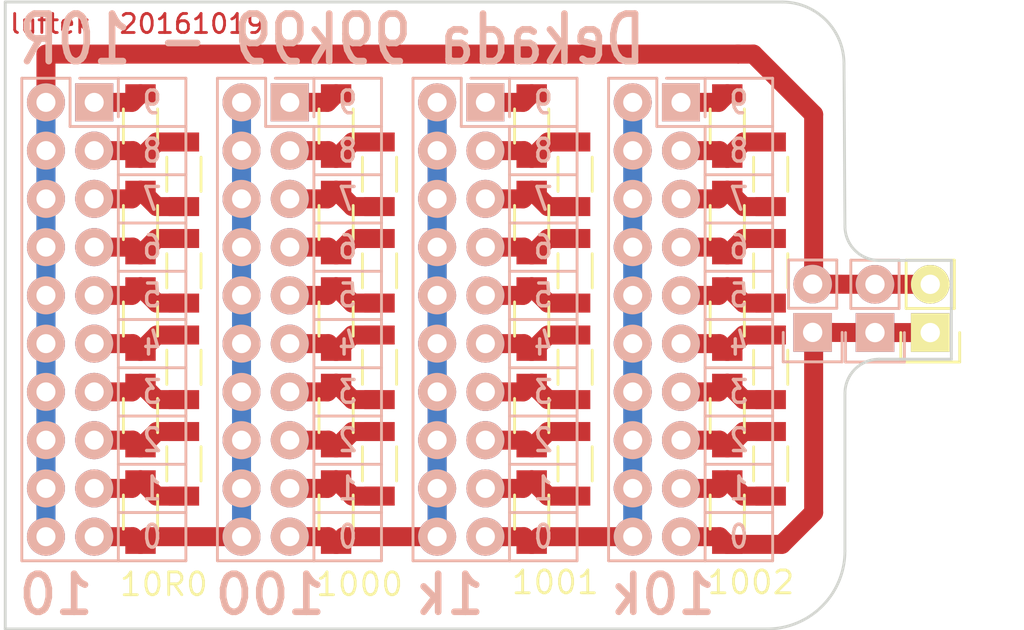
<source format=kicad_pcb>

(kicad_pcb
  (version 20160815)
  (host pcbnew "(2017-01-20 revision 550a1ea)-makepkg")
  (general
    (links 117)
    (no_connects 21)
    (area 83.236955 28.24407 137.567678 61.394077)
    (thickness 1.6)
    (drawings 110)
    (tracks 184)
    (zones 0)
    (modules 43)
    (nets 42))
  (page A4)
  (layers
    (0 F.Cu signal)
    (31 B.Cu signal)
    (32 B.Adhes user)
    (33 F.Adhes user)
    (34 B.Paste user)
    (35 F.Paste user)
    (36 B.SilkS user)
    (37 F.SilkS user)
    (38 B.Mask user)
    (39 F.Mask user)
    (40 Dwgs.User user)
    (41 Cmts.User user)
    (42 Eco1.User user)
    (43 Eco2.User user)
    (44 Edge.Cuts user)
    (45 Margin user)
    (46 B.CrtYd user)
    (47 F.CrtYd user)
    (48 B.Fab user)
    (49 F.Fab user))
  (setup
    (last_trace_width 1)
    (trace_clearance 0.254)
    (zone_clearance 0.254)
    (zone_45_only no)
    (trace_min 0.254)
    (segment_width 0.15)
    (edge_width 0.15)
    (via_size 0.889)
    (via_drill 0.635)
    (via_min_size 0.889)
    (via_min_drill 0.508)
    (uvia_size 0.508)
    (uvia_drill 0.127)
    (uvias_allowed no)
    (uvia_min_size 0.508)
    (uvia_min_drill 0.127)
    (pcb_text_width 0.3)
    (pcb_text_size 1 1)
    (mod_edge_width 0.15)
    (mod_text_size 1 1)
    (mod_text_width 0.15)
    (pad_size 1 1.6)
    (pad_drill 0)
    (pad_to_mask_clearance 0)
    (aux_axis_origin 83.715344 28.319073)
    (grid_origin 83.715344 28.319073)
    (visible_elements 7FFFFFFF)
    (pcbplotparams
      (layerselection 0x010f0_ffffffff)
      (usegerberextensions true)
      (excludeedgelayer true)
      (linewidth 0.15)
      (plotframeref false)
      (viasonmask false)
      (mode 1)
      (useauxorigin true)
      (hpglpennumber 1)
      (hpglpenspeed 20)
      (hpglpendiameter 15)
      (psnegative false)
      (psa4output false)
      (plotreference false)
      (plotvalue false)
      (plotinvisibletext false)
      (padsonsilk false)
      (subtractmaskfromsilk true)
      (outputformat 1)
      (mirror false)
      (drillshape 0)
      (scaleselection 1)
      (outputdirectory _gerbers/)))
  (net 0 "")
  (net 1 "Net-(P1-Pad1)")
  (net 2 "Net-(P1-Pad10)")
  (net 3 "Net-(P2-Pad1)")
  (net 4 "Net-(P3-Pad1)")
  (net 5 "Net-(P4-Pad1)")
  (net 6 "Net-(P1-Pad3)")
  (net 7 "Net-(P1-Pad5)")
  (net 8 "Net-(P1-Pad7)")
  (net 9 "Net-(P1-Pad9)")
  (net 10 "Net-(P1-Pad11)")
  (net 11 "Net-(P1-Pad13)")
  (net 12 "Net-(P1-Pad15)")
  (net 13 "Net-(P1-Pad17)")
  (net 14 "Net-(P1-Pad19)")
  (net 15 "Net-(P2-Pad3)")
  (net 16 "Net-(P2-Pad5)")
  (net 17 "Net-(P2-Pad7)")
  (net 18 "Net-(P2-Pad9)")
  (net 19 "Net-(P2-Pad11)")
  (net 20 "Net-(P2-Pad13)")
  (net 21 "Net-(P2-Pad15)")
  (net 22 "Net-(P2-Pad17)")
  (net 23 "Net-(P2-Pad19)")
  (net 24 "Net-(P3-Pad3)")
  (net 25 "Net-(P3-Pad5)")
  (net 26 "Net-(P3-Pad7)")
  (net 27 "Net-(P3-Pad9)")
  (net 28 "Net-(P3-Pad11)")
  (net 29 "Net-(P3-Pad13)")
  (net 30 "Net-(P3-Pad15)")
  (net 31 "Net-(P3-Pad17)")
  (net 32 "Net-(P3-Pad19)")
  (net 33 "Net-(P4-Pad3)")
  (net 34 "Net-(P4-Pad5)")
  (net 35 "Net-(P4-Pad7)")
  (net 36 "Net-(P4-Pad9)")
  (net 37 "Net-(P4-Pad11)")
  (net 38 "Net-(P4-Pad13)")
  (net 39 "Net-(P4-Pad15)")
  (net 40 "Net-(P4-Pad17)")
  (net 41 "Net-(P4-Pad19)")
  (net_class Default "This is the default net class."
    (clearance 0.254)
    (trace_width 1)
    (via_dia 0.889)
    (via_drill 0.635)
    (uvia_dia 0.508)
    (uvia_drill 0.127)
    (add_net "Net-(P1-Pad1)")
    (add_net "Net-(P1-Pad10)")
    (add_net "Net-(P1-Pad11)")
    (add_net "Net-(P1-Pad13)")
    (add_net "Net-(P1-Pad15)")
    (add_net "Net-(P1-Pad17)")
    (add_net "Net-(P1-Pad19)")
    (add_net "Net-(P1-Pad3)")
    (add_net "Net-(P1-Pad5)")
    (add_net "Net-(P1-Pad7)")
    (add_net "Net-(P1-Pad9)")
    (add_net "Net-(P2-Pad1)")
    (add_net "Net-(P2-Pad11)")
    (add_net "Net-(P2-Pad13)")
    (add_net "Net-(P2-Pad15)")
    (add_net "Net-(P2-Pad17)")
    (add_net "Net-(P2-Pad19)")
    (add_net "Net-(P2-Pad3)")
    (add_net "Net-(P2-Pad5)")
    (add_net "Net-(P2-Pad7)")
    (add_net "Net-(P2-Pad9)")
    (add_net "Net-(P3-Pad1)")
    (add_net "Net-(P3-Pad11)")
    (add_net "Net-(P3-Pad13)")
    (add_net "Net-(P3-Pad15)")
    (add_net "Net-(P3-Pad17)")
    (add_net "Net-(P3-Pad19)")
    (add_net "Net-(P3-Pad3)")
    (add_net "Net-(P3-Pad5)")
    (add_net "Net-(P3-Pad7)")
    (add_net "Net-(P3-Pad9)")
    (add_net "Net-(P4-Pad1)")
    (add_net "Net-(P4-Pad11)")
    (add_net "Net-(P4-Pad13)")
    (add_net "Net-(P4-Pad15)")
    (add_net "Net-(P4-Pad17)")
    (add_net "Net-(P4-Pad19)")
    (add_net "Net-(P4-Pad3)")
    (add_net "Net-(P4-Pad5)")
    (add_net "Net-(P4-Pad7)")
    (add_net "Net-(P4-Pad9)"))
  (module R_1206_Custom
    (layer F.Cu)
    (tedit 580C76B0)
    (tstamp 57F46971)
    (at 101.131288 39.927748 90)
    (descr "Resistor SMD 1206, reflow soldering, Vishay (see dcrcw.pdf)")
    (tags "resistor 1206")
    (path /5402F00F)
    (attr smd)
    (fp_text reference R13
      (at 0 0 90)
      (layer F.SilkS) hide
      (effects
        (font
          (size 0.7 0.7)
          (thickness 0.03175))))
    (fp_text value R
      (at 0 2.1 90)
      (layer F.Fab)
      (effects
        (font
          (size 1 1)
          (thickness 0.15))))
    (fp_line
      (start -2.5 -1.1)
      (end 2.5 -1.1)
      (layer F.CrtYd)
      (width 0.05))
    (fp_line
      (start -2.5 1.1)
      (end 2.5 1.1)
      (layer F.CrtYd)
      (width 0.05))
    (fp_line
      (start -2.5 -1.1)
      (end -2.5 1.1)
      (layer F.CrtYd)
      (width 0.05))
    (fp_line
      (start 2.5 -1.1)
      (end 2.5 1.1)
      (layer F.CrtYd)
      (width 0.05))
    (fp_line
      (start -0.9 -0.9)
      (end 0.9 -0.9)
      (layer F.SilkS)
      (width 0.15))
    (fp_line
      (start -0.9 0.9)
      (end 0.9 0.9)
      (layer F.SilkS)
      (width 0.15))
    (pad 2 smd rect
      (at 1.7 0 90)
      (size 1 1.6)
      (layers F.Cu F.Paste F.Mask)
      (net 16 "Net-(P2-Pad5)"))
    (pad 1 smd rect
      (at -1.7 0 90)
      (size 1 1.6)
      (layers F.Cu F.Paste F.Mask)
      (net 17 "Net-(P2-Pad7)"))
    (model Resistors_SMD.3dshapes/R_1206.wrl
      (at
        (xyz 0 0 0))
      (scale
        (xyz 1 1 1))
      (rotate
        (xyz 0 0 0))))
  (module R_1206_Custom
    (layer F.Cu)
    (tedit 580C7229)
    (tstamp 56EDB147)
    (at 90.836288 55.167748 90)
    (descr "Resistor SMD 1206, reflow soldering, Vishay (see dcrcw.pdf)")
    (tags "resistor 1206")
    (path /5402E4B9)
    (attr smd)
    (fp_text reference R9
      (at 0 0 90)
      (layer F.SilkS) hide
      (effects
        (font
          (size 0.7 0.7)
          (thickness 0.03175))))
    (fp_text value R
      (at 0 2.1 90)
      (layer F.Fab)
      (effects
        (font
          (size 1 1)
          (thickness 0.15))))
    (fp_line
      (start -0.9 0.9)
      (end 0.9 0.9)
      (layer F.SilkS)
      (width 0.15))
    (fp_line
      (start -0.9 -0.9)
      (end 0.9 -0.9)
      (layer F.SilkS)
      (width 0.15))
    (fp_line
      (start 2.5 -1.1)
      (end 2.5 1.1)
      (layer F.CrtYd)
      (width 0.05))
    (fp_line
      (start -2.5 -1.1)
      (end -2.5 1.1)
      (layer F.CrtYd)
      (width 0.05))
    (fp_line
      (start -2.5 1.1)
      (end 2.5 1.1)
      (layer F.CrtYd)
      (width 0.05))
    (fp_line
      (start -2.5 -1.1)
      (end 2.5 -1.1)
      (layer F.CrtYd)
      (width 0.05))
    (pad 1 smd rect
      (at -1.7 0 90)
      (size 1 1.6)
      (layers F.Cu F.Paste F.Mask)
      (net 14 "Net-(P1-Pad19)"))
    (pad 2 smd rect
      (at 1.7 0 90)
      (size 1 1.6)
      (layers F.Cu F.Paste F.Mask)
      (net 13 "Net-(P1-Pad17)"))
    (model Resistors_SMD.3dshapes/R_1206.wrl
      (at
        (xyz 0 0 0))
      (scale
        (xyz 1 1 1))
      (rotate
        (xyz 0 0 0))))
  (module Pin_Header_Straight_2x10_Custom
    (layer B.Cu)
    (tedit 580C7229)
    (tstamp 57F46AEF)
    (at 119.284288 33.601748 180)
    (descr "Through hole pin header")
    (tags "pin header")
    (path /5402F7C4)
    (fp_text reference P4
      (at -0.95 2.45 180)
      (layer B.SilkS) hide
      (effects
        (font
          (size 1 1)
          (thickness 0.15))
        (justify mirror)))
    (fp_text value CONN_02X10
      (at 0 3.1 180)
      (layer B.Fab)
      (effects
        (font
          (size 1 1)
          (thickness 0.15))
        (justify mirror)))
    (fp_line
      (start -1.75 1.75)
      (end -1.75 -24.65)
      (layer B.CrtYd)
      (width 0.05))
    (fp_line
      (start 4.3 1.75)
      (end 4.3 -24.65)
      (layer B.CrtYd)
      (width 0.05))
    (fp_line
      (start -1.75 1.75)
      (end 4.3 1.75)
      (layer B.CrtYd)
      (width 0.05))
    (fp_line
      (start -1.75 -24.65)
      (end 4.3 -24.65)
      (layer B.CrtYd)
      (width 0.05))
    (fp_line
      (start 3.81 -24.13)
      (end 3.81 1.27)
      (layer B.SilkS)
      (width 0.15))
    (fp_line
      (start -1.27 -1.27)
      (end -1.27 -24.13)
      (layer B.SilkS)
      (width 0.15))
    (fp_line
      (start 3.81 -24.13)
      (end -1.27 -24.13)
      (layer B.SilkS)
      (width 0.15))
    (fp_line
      (start 3.81 1.27)
      (end 1.27 1.27)
      (layer B.SilkS)
      (width 0.15))
    (fp_line
      (start 1.27 1.27)
      (end 1.27 -1.27)
      (layer B.SilkS)
      (width 0.15))
    (fp_line
      (start 1.27 -1.27)
      (end -1.27 -1.27)
      (layer B.SilkS)
      (width 0.15))
    (fp_line
      (start 0.762 1.27)
      (end -1.27 1.27)
      (layer B.SilkS)
      (width 0.15))
    (fp_line
      (start -1.27 1.27)
      (end -1.27 -0.762)
      (layer B.SilkS)
      (width 0.15))
    (pad 20 thru_hole oval
      (at 2.54 -22.86 180)
      (size 2 2)
      (drill 1)
      (layers *.Cu *.Mask B.SilkS)
      (net 32 "Net-(P3-Pad19)"))
    (pad 19 thru_hole oval
      (at 0 -22.86 180)
      (size 2 2)
      (drill 1)
      (layers *.Cu *.Mask B.SilkS)
      (net 41 "Net-(P4-Pad19)"))
    (pad 18 thru_hole oval
      (at 2.54 -20.32 180)
      (size 2 2)
      (drill 1)
      (layers *.Cu *.Mask B.SilkS)
      (net 32 "Net-(P3-Pad19)"))
    (pad 17 thru_hole oval
      (at 0 -20.32 180)
      (size 2 2)
      (drill 1)
      (layers *.Cu *.Mask B.SilkS)
      (net 40 "Net-(P4-Pad17)"))
    (pad 16 thru_hole oval
      (at 2.54 -17.78 180)
      (size 2 2)
      (drill 1)
      (layers *.Cu *.Mask B.SilkS)
      (net 32 "Net-(P3-Pad19)"))
    (pad 15 thru_hole oval
      (at 0 -17.78 180)
      (size 2 2)
      (drill 1)
      (layers *.Cu *.Mask B.SilkS)
      (net 39 "Net-(P4-Pad15)"))
    (pad 14 thru_hole oval
      (at 2.54 -15.24 180)
      (size 2 2)
      (drill 1)
      (layers *.Cu *.Mask B.SilkS)
      (net 32 "Net-(P3-Pad19)"))
    (pad 13 thru_hole oval
      (at 0 -15.24 180)
      (size 2 2)
      (drill 1)
      (layers *.Cu *.Mask B.SilkS)
      (net 38 "Net-(P4-Pad13)"))
    (pad 12 thru_hole oval
      (at 2.54 -12.7 180)
      (size 2 2)
      (drill 1)
      (layers *.Cu *.Mask B.SilkS)
      (net 32 "Net-(P3-Pad19)"))
    (pad 11 thru_hole oval
      (at 0 -12.7 180)
      (size 2 2)
      (drill 1)
      (layers *.Cu *.Mask B.SilkS)
      (net 37 "Net-(P4-Pad11)"))
    (pad 10 thru_hole oval
      (at 2.54 -10.16 180)
      (size 2 2)
      (drill 1)
      (layers *.Cu *.Mask B.SilkS)
      (net 32 "Net-(P3-Pad19)"))
    (pad 9 thru_hole oval
      (at 0 -10.16 180)
      (size 2 2)
      (drill 1)
      (layers *.Cu *.Mask B.SilkS)
      (net 36 "Net-(P4-Pad9)"))
    (pad 8 thru_hole oval
      (at 2.54 -7.62 180)
      (size 2 2)
      (drill 1)
      (layers *.Cu *.Mask B.SilkS)
      (net 32 "Net-(P3-Pad19)"))
    (pad 7 thru_hole oval
      (at 0 -7.62 180)
      (size 2 2)
      (drill 1)
      (layers *.Cu *.Mask B.SilkS)
      (net 35 "Net-(P4-Pad7)"))
    (pad 6 thru_hole oval
      (at 2.54 -5.08 180)
      (size 2 2)
      (drill 1)
      (layers *.Cu *.Mask B.SilkS)
      (net 32 "Net-(P3-Pad19)"))
    (pad 5 thru_hole oval
      (at 0 -5.08 180)
      (size 2 2)
      (drill 1)
      (layers *.Cu *.Mask B.SilkS)
      (net 34 "Net-(P4-Pad5)"))
    (pad 4 thru_hole oval
      (at 2.54 -2.54 180)
      (size 2 2)
      (drill 1)
      (layers *.Cu *.Mask B.SilkS)
      (net 32 "Net-(P3-Pad19)"))
    (pad 3 thru_hole oval
      (at 0 -2.54 180)
      (size 2 2)
      (drill 1)
      (layers *.Cu *.Mask B.SilkS)
      (net 33 "Net-(P4-Pad3)"))
    (pad 2 thru_hole oval
      (at 2.54 0 180)
      (size 2 2)
      (drill 1)
      (layers *.Cu *.Mask B.SilkS)
      (net 32 "Net-(P3-Pad19)"))
    (pad 1 thru_hole rect
      (at 0 0 180)
      (size 2 2)
      (drill 1)
      (layers *.Cu *.Mask B.SilkS)
      (net 5 "Net-(P4-Pad1)"))
    (model Pin_Headers.3dshapes/Pin_Header_Straight_2x10.wrl
      (at
        (xyz 0.05 -0.45 0))
      (scale
        (xyz 1 1 1))
      (rotate
        (xyz 0 0 90))))
  (module R_1206_Custom
    (layer F.Cu)
    (tedit 580C7229)
    (tstamp 57F46AE4)
    (at 124.007288 47.547748 90)
    (descr "Resistor SMD 1206, reflow soldering, Vishay (see dcrcw.pdf)")
    (tags "resistor 1206")
    (path /5402F7E8)
    (attr smd)
    (fp_text reference R36
      (at 0 0 90)
      (layer F.SilkS) hide
      (effects
        (font
          (size 0.7 0.7)
          (thickness 0.03175))))
    (fp_text value R
      (at 0 2.1 90)
      (layer F.Fab)
      (effects
        (font
          (size 1 1)
          (thickness 0.15))))
    (fp_line
      (start -2.5 -1.1)
      (end 2.5 -1.1)
      (layer F.CrtYd)
      (width 0.05))
    (fp_line
      (start -2.5 1.1)
      (end 2.5 1.1)
      (layer F.CrtYd)
      (width 0.05))
    (fp_line
      (start -2.5 -1.1)
      (end -2.5 1.1)
      (layer F.CrtYd)
      (width 0.05))
    (fp_line
      (start 2.5 -1.1)
      (end 2.5 1.1)
      (layer F.CrtYd)
      (width 0.05))
    (fp_line
      (start -0.9 -0.9)
      (end 0.9 -0.9)
      (layer F.SilkS)
      (width 0.15))
    (fp_line
      (start -0.9 0.9)
      (end 0.9 0.9)
      (layer F.SilkS)
      (width 0.15))
    (pad 2 smd rect
      (at 1.7 0 90)
      (size 1 1.6)
      (layers F.Cu F.Paste F.Mask)
      (net 37 "Net-(P4-Pad11)"))
    (pad 1 smd rect
      (at -1.7 0 90)
      (size 1 1.6)
      (layers F.Cu F.Paste F.Mask)
      (net 38 "Net-(P4-Pad13)"))
    (model Resistors_SMD.3dshapes/R_1206.wrl
      (at
        (xyz 0 0 0))
      (scale
        (xyz 1 1 1))
      (rotate
        (xyz 0 0 0))))
  (module R_1206_Custom
    (layer F.Cu)
    (tedit 580C7229)
    (tstamp 57F46AD9)
    (at 121.721288 50.087748 90)
    (descr "Resistor SMD 1206, reflow soldering, Vishay (see dcrcw.pdf)")
    (tags "resistor 1206")
    (path /5402F7EE)
    (attr smd)
    (fp_text reference R37
      (at 0 0 90)
      (layer F.SilkS) hide
      (effects
        (font
          (size 0.7 0.7)
          (thickness 0.03175))))
    (fp_text value R
      (at 0 2.1 90)
      (layer F.Fab)
      (effects
        (font
          (size 1 1)
          (thickness 0.15))))
    (fp_line
      (start -0.9 0.9)
      (end 0.9 0.9)
      (layer F.SilkS)
      (width 0.15))
    (fp_line
      (start -0.9 -0.9)
      (end 0.9 -0.9)
      (layer F.SilkS)
      (width 0.15))
    (fp_line
      (start 2.5 -1.1)
      (end 2.5 1.1)
      (layer F.CrtYd)
      (width 0.05))
    (fp_line
      (start -2.5 -1.1)
      (end -2.5 1.1)
      (layer F.CrtYd)
      (width 0.05))
    (fp_line
      (start -2.5 1.1)
      (end 2.5 1.1)
      (layer F.CrtYd)
      (width 0.05))
    (fp_line
      (start -2.5 -1.1)
      (end 2.5 -1.1)
      (layer F.CrtYd)
      (width 0.05))
    (pad 1 smd rect
      (at -1.7 0 90)
      (size 1 1.6)
      (layers F.Cu F.Paste F.Mask)
      (net 39 "Net-(P4-Pad15)"))
    (pad 2 smd rect
      (at 1.7 0 90)
      (size 1 1.6)
      (layers F.Cu F.Paste F.Mask)
      (net 38 "Net-(P4-Pad13)"))
    (model Resistors_SMD.3dshapes/R_1206.wrl
      (at
        (xyz 0 0 0))
      (scale
        (xyz 1 1 1))
      (rotate
        (xyz 0 0 0))))
  (module R_1206_Custom
    (layer F.Cu)
    (tedit 580C7229)
    (tstamp 57F46ACE)
    (at 124.007288 52.627748 90)
    (descr "Resistor SMD 1206, reflow soldering, Vishay (see dcrcw.pdf)")
    (tags "resistor 1206")
    (path /5402F7F4)
    (attr smd)
    (fp_text reference R38
      (at 0 0 90)
      (layer F.SilkS) hide
      (effects
        (font
          (size 0.7 0.7)
          (thickness 0.03175))))
    (fp_text value R
      (at 0 2.1 90)
      (layer F.Fab)
      (effects
        (font
          (size 1 1)
          (thickness 0.15))))
    (fp_line
      (start -0.9 0.9)
      (end 0.9 0.9)
      (layer F.SilkS)
      (width 0.15))
    (fp_line
      (start -0.9 -0.9)
      (end 0.9 -0.9)
      (layer F.SilkS)
      (width 0.15))
    (fp_line
      (start 2.5 -1.1)
      (end 2.5 1.1)
      (layer F.CrtYd)
      (width 0.05))
    (fp_line
      (start -2.5 -1.1)
      (end -2.5 1.1)
      (layer F.CrtYd)
      (width 0.05))
    (fp_line
      (start -2.5 1.1)
      (end 2.5 1.1)
      (layer F.CrtYd)
      (width 0.05))
    (fp_line
      (start -2.5 -1.1)
      (end 2.5 -1.1)
      (layer F.CrtYd)
      (width 0.05))
    (pad 1 smd rect
      (at -1.7 0 90)
      (size 1 1.6)
      (layers F.Cu F.Paste F.Mask)
      (net 40 "Net-(P4-Pad17)"))
    (pad 2 smd rect
      (at 1.7 0 90)
      (size 1 1.6)
      (layers F.Cu F.Paste F.Mask)
      (net 39 "Net-(P4-Pad15)"))
    (model Resistors_SMD.3dshapes/R_1206.wrl
      (at
        (xyz 0 0 0))
      (scale
        (xyz 1 1 1))
      (rotate
        (xyz 0 0 0))))
  (module R_1206_Custom
    (layer F.Cu)
    (tedit 580C7229)
    (tstamp 57F46AC3)
    (at 121.721288 55.167748 90)
    (descr "Resistor SMD 1206, reflow soldering, Vishay (see dcrcw.pdf)")
    (tags "resistor 1206")
    (path /5402F7FA)
    (attr smd)
    (fp_text reference R39
      (at 0 0 90)
      (layer F.SilkS) hide
      (effects
        (font
          (size 0.7 0.7)
          (thickness 0.03175))))
    (fp_text value R
      (at 0 2.1 90)
      (layer F.Fab)
      (effects
        (font
          (size 1 1)
          (thickness 0.15))))
    (fp_line
      (start -2.5 -1.1)
      (end 2.5 -1.1)
      (layer F.CrtYd)
      (width 0.05))
    (fp_line
      (start -2.5 1.1)
      (end 2.5 1.1)
      (layer F.CrtYd)
      (width 0.05))
    (fp_line
      (start -2.5 -1.1)
      (end -2.5 1.1)
      (layer F.CrtYd)
      (width 0.05))
    (fp_line
      (start 2.5 -1.1)
      (end 2.5 1.1)
      (layer F.CrtYd)
      (width 0.05))
    (fp_line
      (start -0.9 -0.9)
      (end 0.9 -0.9)
      (layer F.SilkS)
      (width 0.15))
    (fp_line
      (start -0.9 0.9)
      (end 0.9 0.9)
      (layer F.SilkS)
      (width 0.15))
    (pad 2 smd rect
      (at 1.7 0 90)
      (size 1 1.6)
      (layers F.Cu F.Paste F.Mask)
      (net 40 "Net-(P4-Pad17)"))
    (pad 1 smd rect
      (at -1.7 0 90)
      (size 1 1.6)
      (layers F.Cu F.Paste F.Mask)
      (net 41 "Net-(P4-Pad19)"))
    (model Resistors_SMD.3dshapes/R_1206.wrl
      (at
        (xyz 0 0 0))
      (scale
        (xyz 1 1 1))
      (rotate
        (xyz 0 0 0))))
  (module R_1206_Custom
    (layer F.Cu)
    (tedit 580C7229)
    (tstamp 57F46AB8)
    (at 124.007288 37.387748 90)
    (descr "Resistor SMD 1206, reflow soldering, Vishay (see dcrcw.pdf)")
    (tags "resistor 1206")
    (path /5402F7D0)
    (attr smd)
    (fp_text reference R32
      (at 0 0 90)
      (layer F.SilkS) hide
      (effects
        (font
          (size 0.7 0.7)
          (thickness 0.03175))))
    (fp_text value R
      (at 0 2.1 90)
      (layer F.Fab)
      (effects
        (font
          (size 1 1)
          (thickness 0.15))))
    (fp_line
      (start -2.5 -1.1)
      (end 2.5 -1.1)
      (layer F.CrtYd)
      (width 0.05))
    (fp_line
      (start -2.5 1.1)
      (end 2.5 1.1)
      (layer F.CrtYd)
      (width 0.05))
    (fp_line
      (start -2.5 -1.1)
      (end -2.5 1.1)
      (layer F.CrtYd)
      (width 0.05))
    (fp_line
      (start 2.5 -1.1)
      (end 2.5 1.1)
      (layer F.CrtYd)
      (width 0.05))
    (fp_line
      (start -0.9 -0.9)
      (end 0.9 -0.9)
      (layer F.SilkS)
      (width 0.15))
    (fp_line
      (start -0.9 0.9)
      (end 0.9 0.9)
      (layer F.SilkS)
      (width 0.15))
    (pad 2 smd rect
      (at 1.7 0 90)
      (size 1 1.6)
      (layers F.Cu F.Paste F.Mask)
      (net 33 "Net-(P4-Pad3)"))
    (pad 1 smd rect
      (at -1.7 0 90)
      (size 1 1.6)
      (layers F.Cu F.Paste F.Mask)
      (net 34 "Net-(P4-Pad5)"))
    (model Resistors_SMD.3dshapes/R_1206.wrl
      (at
        (xyz 0 0 0))
      (scale
        (xyz 1 1 1))
      (rotate
        (xyz 0 0 0))))
  (module R_1206_Custom
    (layer F.Cu)
    (tedit 580C7229)
    (tstamp 57F46AAD)
    (at 121.721288 39.927748 90)
    (descr "Resistor SMD 1206, reflow soldering, Vishay (see dcrcw.pdf)")
    (tags "resistor 1206")
    (path /5402F7D6)
    (attr smd)
    (fp_text reference R33
      (at 0 0 90)
      (layer F.SilkS) hide
      (effects
        (font
          (size 0.7 0.7)
          (thickness 0.03175))))
    (fp_text value R
      (at 0 2.1 90)
      (layer F.Fab)
      (effects
        (font
          (size 1 1)
          (thickness 0.15))))
    (fp_line
      (start -0.9 0.9)
      (end 0.9 0.9)
      (layer F.SilkS)
      (width 0.15))
    (fp_line
      (start -0.9 -0.9)
      (end 0.9 -0.9)
      (layer F.SilkS)
      (width 0.15))
    (fp_line
      (start 2.5 -1.1)
      (end 2.5 1.1)
      (layer F.CrtYd)
      (width 0.05))
    (fp_line
      (start -2.5 -1.1)
      (end -2.5 1.1)
      (layer F.CrtYd)
      (width 0.05))
    (fp_line
      (start -2.5 1.1)
      (end 2.5 1.1)
      (layer F.CrtYd)
      (width 0.05))
    (fp_line
      (start -2.5 -1.1)
      (end 2.5 -1.1)
      (layer F.CrtYd)
      (width 0.05))
    (pad 1 smd rect
      (at -1.7 0 90)
      (size 1 1.6)
      (layers F.Cu F.Paste F.Mask)
      (net 35 "Net-(P4-Pad7)"))
    (pad 2 smd rect
      (at 1.7 0 90)
      (size 1 1.6)
      (layers F.Cu F.Paste F.Mask)
      (net 34 "Net-(P4-Pad5)"))
    (model Resistors_SMD.3dshapes/R_1206.wrl
      (at
        (xyz 0 0 0))
      (scale
        (xyz 1 1 1))
      (rotate
        (xyz 0 0 0))))
  (module R_1206_Custom
    (layer F.Cu)
    (tedit 580C7229)
    (tstamp 57F46AA2)
    (at 124.007288 42.467748 90)
    (descr "Resistor SMD 1206, reflow soldering, Vishay (see dcrcw.pdf)")
    (tags "resistor 1206")
    (path /5402F7DC)
    (attr smd)
    (fp_text reference R34
      (at 0 0 90)
      (layer F.SilkS) hide
      (effects
        (font
          (size 0.7 0.7)
          (thickness 0.03175))))
    (fp_text value R
      (at 0 2.1 90)
      (layer F.Fab)
      (effects
        (font
          (size 1 1)
          (thickness 0.15))))
    (fp_line
      (start -0.9 0.9)
      (end 0.9 0.9)
      (layer F.SilkS)
      (width 0.15))
    (fp_line
      (start -0.9 -0.9)
      (end 0.9 -0.9)
      (layer F.SilkS)
      (width 0.15))
    (fp_line
      (start 2.5 -1.1)
      (end 2.5 1.1)
      (layer F.CrtYd)
      (width 0.05))
    (fp_line
      (start -2.5 -1.1)
      (end -2.5 1.1)
      (layer F.CrtYd)
      (width 0.05))
    (fp_line
      (start -2.5 1.1)
      (end 2.5 1.1)
      (layer F.CrtYd)
      (width 0.05))
    (fp_line
      (start -2.5 -1.1)
      (end 2.5 -1.1)
      (layer F.CrtYd)
      (width 0.05))
    (pad 1 smd rect
      (at -1.7 0 90)
      (size 1 1.6)
      (layers F.Cu F.Paste F.Mask)
      (net 36 "Net-(P4-Pad9)"))
    (pad 2 smd rect
      (at 1.7 0 90)
      (size 1 1.6)
      (layers F.Cu F.Paste F.Mask)
      (net 35 "Net-(P4-Pad7)"))
    (model Resistors_SMD.3dshapes/R_1206.wrl
      (at
        (xyz 0 0 0))
      (scale
        (xyz 1 1 1))
      (rotate
        (xyz 0 0 0))))
  (module R_1206_Custom
    (layer F.Cu)
    (tedit 580C7229)
    (tstamp 57F46A97)
    (at 121.721288 45.007748 90)
    (descr "Resistor SMD 1206, reflow soldering, Vishay (see dcrcw.pdf)")
    (tags "resistor 1206")
    (path /5402F7E2)
    (attr smd)
    (fp_text reference R35
      (at 0 0 90)
      (layer F.SilkS) hide
      (effects
        (font
          (size 0.7 0.7)
          (thickness 0.03175))))
    (fp_text value R
      (at 0 2.1 90)
      (layer F.Fab)
      (effects
        (font
          (size 1 1)
          (thickness 0.15))))
    (fp_line
      (start -2.5 -1.1)
      (end 2.5 -1.1)
      (layer F.CrtYd)
      (width 0.05))
    (fp_line
      (start -2.5 1.1)
      (end 2.5 1.1)
      (layer F.CrtYd)
      (width 0.05))
    (fp_line
      (start -2.5 -1.1)
      (end -2.5 1.1)
      (layer F.CrtYd)
      (width 0.05))
    (fp_line
      (start 2.5 -1.1)
      (end 2.5 1.1)
      (layer F.CrtYd)
      (width 0.05))
    (fp_line
      (start -0.9 -0.9)
      (end 0.9 -0.9)
      (layer F.SilkS)
      (width 0.15))
    (fp_line
      (start -0.9 0.9)
      (end 0.9 0.9)
      (layer F.SilkS)
      (width 0.15))
    (pad 2 smd rect
      (at 1.7 0 90)
      (size 1 1.6)
      (layers F.Cu F.Paste F.Mask)
      (net 36 "Net-(P4-Pad9)"))
    (pad 1 smd rect
      (at -1.7 0 90)
      (size 1 1.6)
      (layers F.Cu F.Paste F.Mask)
      (net 37 "Net-(P4-Pad11)"))
    (model Resistors_SMD.3dshapes/R_1206.wrl
      (at
        (xyz 0 0 0))
      (scale
        (xyz 1 1 1))
      (rotate
        (xyz 0 0 0))))
  (module R_1206_Custom
    (layer F.Cu)
    (tedit 580C7229)
    (tstamp 57F46A8C)
    (at 121.721288 34.847748 90)
    (descr "Resistor SMD 1206, reflow soldering, Vishay (see dcrcw.pdf)")
    (tags "resistor 1206")
    (path /5402F7CA)
    (attr smd)
    (fp_text reference R31
      (at 0 0 90)
      (layer F.SilkS) hide
      (effects
        (font
          (size 0.7 0.7)
          (thickness 0.03175))))
    (fp_text value R
      (at 0 2.1 90)
      (layer F.Fab)
      (effects
        (font
          (size 1 1)
          (thickness 0.15))))
    (fp_line
      (start -2.5 -1.1)
      (end 2.5 -1.1)
      (layer F.CrtYd)
      (width 0.05))
    (fp_line
      (start -2.5 1.1)
      (end 2.5 1.1)
      (layer F.CrtYd)
      (width 0.05))
    (fp_line
      (start -2.5 -1.1)
      (end -2.5 1.1)
      (layer F.CrtYd)
      (width 0.05))
    (fp_line
      (start 2.5 -1.1)
      (end 2.5 1.1)
      (layer F.CrtYd)
      (width 0.05))
    (fp_line
      (start -0.9 -0.9)
      (end 0.9 -0.9)
      (layer F.SilkS)
      (width 0.15))
    (fp_line
      (start -0.9 0.9)
      (end 0.9 0.9)
      (layer F.SilkS)
      (width 0.15))
    (pad 2 smd rect
      (at 1.7 0 90)
      (size 1 1.6)
      (layers F.Cu F.Paste F.Mask)
      (net 5 "Net-(P4-Pad1)"))
    (pad 1 smd rect
      (at -1.7 0 90)
      (size 1 1.6)
      (layers F.Cu F.Paste F.Mask)
      (net 33 "Net-(P4-Pad3)"))
    (model Resistors_SMD.3dshapes/R_1206.wrl
      (at
        (xyz 0 0 0))
      (scale
        (xyz 1 1 1))
      (rotate
        (xyz 0 0 0))))
  (module Pin_Header_Straight_2x10_Custom
    (layer B.Cu)
    (tedit 580C7229)
    (tstamp 57F46A51)
    (at 108.989288 33.601748 180)
    (descr "Through hole pin header")
    (tags "pin header")
    (path /5402F5CF)
    (fp_text reference P3
      (at -0.95 2.45 180)
      (layer B.SilkS) hide
      (effects
        (font
          (size 1 1)
          (thickness 0.15))
        (justify mirror)))
    (fp_text value CONN_02X10
      (at 0 3.1 180)
      (layer B.Fab)
      (effects
        (font
          (size 1 1)
          (thickness 0.15))
        (justify mirror)))
    (fp_line
      (start -1.27 1.27)
      (end -1.27 -0.762)
      (layer B.SilkS)
      (width 0.15))
    (fp_line
      (start 0.762 1.27)
      (end -1.27 1.27)
      (layer B.SilkS)
      (width 0.15))
    (fp_line
      (start 1.27 -1.27)
      (end -1.27 -1.27)
      (layer B.SilkS)
      (width 0.15))
    (fp_line
      (start 1.27 1.27)
      (end 1.27 -1.27)
      (layer B.SilkS)
      (width 0.15))
    (fp_line
      (start 3.81 1.27)
      (end 1.27 1.27)
      (layer B.SilkS)
      (width 0.15))
    (fp_line
      (start 3.81 -24.13)
      (end -1.27 -24.13)
      (layer B.SilkS)
      (width 0.15))
    (fp_line
      (start -1.27 -1.27)
      (end -1.27 -24.13)
      (layer B.SilkS)
      (width 0.15))
    (fp_line
      (start 3.81 -24.13)
      (end 3.81 1.27)
      (layer B.SilkS)
      (width 0.15))
    (fp_line
      (start -1.75 -24.65)
      (end 4.3 -24.65)
      (layer B.CrtYd)
      (width 0.05))
    (fp_line
      (start -1.75 1.75)
      (end 4.3 1.75)
      (layer B.CrtYd)
      (width 0.05))
    (fp_line
      (start 4.3 1.75)
      (end 4.3 -24.65)
      (layer B.CrtYd)
      (width 0.05))
    (fp_line
      (start -1.75 1.75)
      (end -1.75 -24.65)
      (layer B.CrtYd)
      (width 0.05))
    (pad 1 thru_hole rect
      (at 0 0 180)
      (size 2 2)
      (drill 1)
      (layers *.Cu *.Mask B.SilkS)
      (net 4 "Net-(P3-Pad1)"))
    (pad 2 thru_hole oval
      (at 2.54 0 180)
      (size 2 2)
      (drill 1)
      (layers *.Cu *.Mask B.SilkS)
      (net 23 "Net-(P2-Pad19)"))
    (pad 3 thru_hole oval
      (at 0 -2.54 180)
      (size 2 2)
      (drill 1)
      (layers *.Cu *.Mask B.SilkS)
      (net 24 "Net-(P3-Pad3)"))
    (pad 4 thru_hole oval
      (at 2.54 -2.54 180)
      (size 2 2)
      (drill 1)
      (layers *.Cu *.Mask B.SilkS)
      (net 23 "Net-(P2-Pad19)"))
    (pad 5 thru_hole oval
      (at 0 -5.08 180)
      (size 2 2)
      (drill 1)
      (layers *.Cu *.Mask B.SilkS)
      (net 25 "Net-(P3-Pad5)"))
    (pad 6 thru_hole oval
      (at 2.54 -5.08 180)
      (size 2 2)
      (drill 1)
      (layers *.Cu *.Mask B.SilkS)
      (net 23 "Net-(P2-Pad19)"))
    (pad 7 thru_hole oval
      (at 0 -7.62 180)
      (size 2 2)
      (drill 1)
      (layers *.Cu *.Mask B.SilkS)
      (net 26 "Net-(P3-Pad7)"))
    (pad 8 thru_hole oval
      (at 2.54 -7.62 180)
      (size 2 2)
      (drill 1)
      (layers *.Cu *.Mask B.SilkS)
      (net 23 "Net-(P2-Pad19)"))
    (pad 9 thru_hole oval
      (at 0 -10.16 180)
      (size 2 2)
      (drill 1)
      (layers *.Cu *.Mask B.SilkS)
      (net 27 "Net-(P3-Pad9)"))
    (pad 10 thru_hole oval
      (at 2.54 -10.16 180)
      (size 2 2)
      (drill 1)
      (layers *.Cu *.Mask B.SilkS)
      (net 23 "Net-(P2-Pad19)"))
    (pad 11 thru_hole oval
      (at 0 -12.7 180)
      (size 2 2)
      (drill 1)
      (layers *.Cu *.Mask B.SilkS)
      (net 28 "Net-(P3-Pad11)"))
    (pad 12 thru_hole oval
      (at 2.54 -12.7 180)
      (size 2 2)
      (drill 1)
      (layers *.Cu *.Mask B.SilkS)
      (net 23 "Net-(P2-Pad19)"))
    (pad 13 thru_hole oval
      (at 0 -15.24 180)
      (size 2 2)
      (drill 1)
      (layers *.Cu *.Mask B.SilkS)
      (net 29 "Net-(P3-Pad13)"))
    (pad 14 thru_hole oval
      (at 2.54 -15.24 180)
      (size 2 2)
      (drill 1)
      (layers *.Cu *.Mask B.SilkS)
      (net 23 "Net-(P2-Pad19)"))
    (pad 15 thru_hole oval
      (at 0 -17.78 180)
      (size 2 2)
      (drill 1)
      (layers *.Cu *.Mask B.SilkS)
      (net 30 "Net-(P3-Pad15)"))
    (pad 16 thru_hole oval
      (at 2.54 -17.78 180)
      (size 2 2)
      (drill 1)
      (layers *.Cu *.Mask B.SilkS)
      (net 23 "Net-(P2-Pad19)"))
    (pad 17 thru_hole oval
      (at 0 -20.32 180)
      (size 2 2)
      (drill 1)
      (layers *.Cu *.Mask B.SilkS)
      (net 31 "Net-(P3-Pad17)"))
    (pad 18 thru_hole oval
      (at 2.54 -20.32 180)
      (size 2 2)
      (drill 1)
      (layers *.Cu *.Mask B.SilkS)
      (net 23 "Net-(P2-Pad19)"))
    (pad 19 thru_hole oval
      (at 0 -22.86 180)
      (size 2 2)
      (drill 1)
      (layers *.Cu *.Mask B.SilkS)
      (net 32 "Net-(P3-Pad19)"))
    (pad 20 thru_hole oval
      (at 2.54 -22.86 180)
      (size 2 2)
      (drill 1)
      (layers *.Cu *.Mask B.SilkS)
      (net 23 "Net-(P2-Pad19)"))
    (model Pin_Headers.3dshapes/Pin_Header_Straight_2x10.wrl
      (at
        (xyz 0.05 -0.45 0))
      (scale
        (xyz 1 1 1))
      (rotate
        (xyz 0 0 90))))
  (module R_1206_Custom
    (layer F.Cu)
    (tedit 580C7229)
    (tstamp 57F46A46)
    (at 113.712288 47.547748 90)
    (descr "Resistor SMD 1206, reflow soldering, Vishay (see dcrcw.pdf)")
    (tags "resistor 1206")
    (path /5402F5F3)
    (attr smd)
    (fp_text reference R26
      (at 0 0 90)
      (layer F.SilkS) hide
      (effects
        (font
          (size 0.7 0.7)
          (thickness 0.03175))))
    (fp_text value R
      (at 0 2.1 90)
      (layer F.Fab)
      (effects
        (font
          (size 1 1)
          (thickness 0.15))))
    (fp_line
      (start -0.9 0.9)
      (end 0.9 0.9)
      (layer F.SilkS)
      (width 0.15))
    (fp_line
      (start -0.9 -0.9)
      (end 0.9 -0.9)
      (layer F.SilkS)
      (width 0.15))
    (fp_line
      (start 2.5 -1.1)
      (end 2.5 1.1)
      (layer F.CrtYd)
      (width 0.05))
    (fp_line
      (start -2.5 -1.1)
      (end -2.5 1.1)
      (layer F.CrtYd)
      (width 0.05))
    (fp_line
      (start -2.5 1.1)
      (end 2.5 1.1)
      (layer F.CrtYd)
      (width 0.05))
    (fp_line
      (start -2.5 -1.1)
      (end 2.5 -1.1)
      (layer F.CrtYd)
      (width 0.05))
    (pad 1 smd rect
      (at -1.7 0 90)
      (size 1 1.6)
      (layers F.Cu F.Paste F.Mask)
      (net 29 "Net-(P3-Pad13)"))
    (pad 2 smd rect
      (at 1.7 0 90)
      (size 1 1.6)
      (layers F.Cu F.Paste F.Mask)
      (net 28 "Net-(P3-Pad11)"))
    (model Resistors_SMD.3dshapes/R_1206.wrl
      (at
        (xyz 0 0 0))
      (scale
        (xyz 1 1 1))
      (rotate
        (xyz 0 0 0))))
  (module R_1206_Custom
    (layer F.Cu)
    (tedit 580C7229)
    (tstamp 57F46A3B)
    (at 111.426288 50.087748 90)
    (descr "Resistor SMD 1206, reflow soldering, Vishay (see dcrcw.pdf)")
    (tags "resistor 1206")
    (path /5402F5F9)
    (attr smd)
    (fp_text reference R27
      (at 0 0 90)
      (layer F.SilkS) hide
      (effects
        (font
          (size 0.7 0.7)
          (thickness 0.03175))))
    (fp_text value R
      (at 0 2.1 90)
      (layer F.Fab)
      (effects
        (font
          (size 1 1)
          (thickness 0.15))))
    (fp_line
      (start -2.5 -1.1)
      (end 2.5 -1.1)
      (layer F.CrtYd)
      (width 0.05))
    (fp_line
      (start -2.5 1.1)
      (end 2.5 1.1)
      (layer F.CrtYd)
      (width 0.05))
    (fp_line
      (start -2.5 -1.1)
      (end -2.5 1.1)
      (layer F.CrtYd)
      (width 0.05))
    (fp_line
      (start 2.5 -1.1)
      (end 2.5 1.1)
      (layer F.CrtYd)
      (width 0.05))
    (fp_line
      (start -0.9 -0.9)
      (end 0.9 -0.9)
      (layer F.SilkS)
      (width 0.15))
    (fp_line
      (start -0.9 0.9)
      (end 0.9 0.9)
      (layer F.SilkS)
      (width 0.15))
    (pad 2 smd rect
      (at 1.7 0 90)
      (size 1 1.6)
      (layers F.Cu F.Paste F.Mask)
      (net 29 "Net-(P3-Pad13)"))
    (pad 1 smd rect
      (at -1.7 0 90)
      (size 1 1.6)
      (layers F.Cu F.Paste F.Mask)
      (net 30 "Net-(P3-Pad15)"))
    (model Resistors_SMD.3dshapes/R_1206.wrl
      (at
        (xyz 0 0 0))
      (scale
        (xyz 1 1 1))
      (rotate
        (xyz 0 0 0))))
  (module R_1206_Custom
    (layer F.Cu)
    (tedit 580C7229)
    (tstamp 57F46A30)
    (at 113.712288 52.627748 90)
    (descr "Resistor SMD 1206, reflow soldering, Vishay (see dcrcw.pdf)")
    (tags "resistor 1206")
    (path /5402F5FF)
    (attr smd)
    (fp_text reference R28
      (at 0 0 90)
      (layer F.SilkS) hide
      (effects
        (font
          (size 0.7 0.7)
          (thickness 0.03175))))
    (fp_text value R
      (at 0 2.1 90)
      (layer F.Fab)
      (effects
        (font
          (size 1 1)
          (thickness 0.15))))
    (fp_line
      (start -2.5 -1.1)
      (end 2.5 -1.1)
      (layer F.CrtYd)
      (width 0.05))
    (fp_line
      (start -2.5 1.1)
      (end 2.5 1.1)
      (layer F.CrtYd)
      (width 0.05))
    (fp_line
      (start -2.5 -1.1)
      (end -2.5 1.1)
      (layer F.CrtYd)
      (width 0.05))
    (fp_line
      (start 2.5 -1.1)
      (end 2.5 1.1)
      (layer F.CrtYd)
      (width 0.05))
    (fp_line
      (start -0.9 -0.9)
      (end 0.9 -0.9)
      (layer F.SilkS)
      (width 0.15))
    (fp_line
      (start -0.9 0.9)
      (end 0.9 0.9)
      (layer F.SilkS)
      (width 0.15))
    (pad 2 smd rect
      (at 1.7 0 90)
      (size 1 1.6)
      (layers F.Cu F.Paste F.Mask)
      (net 30 "Net-(P3-Pad15)"))
    (pad 1 smd rect
      (at -1.7 0 90)
      (size 1 1.6)
      (layers F.Cu F.Paste F.Mask)
      (net 31 "Net-(P3-Pad17)"))
    (model Resistors_SMD.3dshapes/R_1206.wrl
      (at
        (xyz 0 0 0))
      (scale
        (xyz 1 1 1))
      (rotate
        (xyz 0 0 0))))
  (module R_1206_Custom
    (layer F.Cu)
    (tedit 580C7229)
    (tstamp 57F46A25)
    (at 111.426288 55.167748 90)
    (descr "Resistor SMD 1206, reflow soldering, Vishay (see dcrcw.pdf)")
    (tags "resistor 1206")
    (path /5402F605)
    (attr smd)
    (fp_text reference R29
      (at 0 0 90)
      (layer F.SilkS) hide
      (effects
        (font
          (size 0.7 0.7)
          (thickness 0.03175))))
    (fp_text value R
      (at 0 2.1 90)
      (layer F.Fab)
      (effects
        (font
          (size 1 1)
          (thickness 0.15))))
    (fp_line
      (start -0.9 0.9)
      (end 0.9 0.9)
      (layer F.SilkS)
      (width 0.15))
    (fp_line
      (start -0.9 -0.9)
      (end 0.9 -0.9)
      (layer F.SilkS)
      (width 0.15))
    (fp_line
      (start 2.5 -1.1)
      (end 2.5 1.1)
      (layer F.CrtYd)
      (width 0.05))
    (fp_line
      (start -2.5 -1.1)
      (end -2.5 1.1)
      (layer F.CrtYd)
      (width 0.05))
    (fp_line
      (start -2.5 1.1)
      (end 2.5 1.1)
      (layer F.CrtYd)
      (width 0.05))
    (fp_line
      (start -2.5 -1.1)
      (end 2.5 -1.1)
      (layer F.CrtYd)
      (width 0.05))
    (pad 1 smd rect
      (at -1.7 0 90)
      (size 1 1.6)
      (layers F.Cu F.Paste F.Mask)
      (net 32 "Net-(P3-Pad19)"))
    (pad 2 smd rect
      (at 1.7 0 90)
      (size 1 1.6)
      (layers F.Cu F.Paste F.Mask)
      (net 31 "Net-(P3-Pad17)"))
    (model Resistors_SMD.3dshapes/R_1206.wrl
      (at
        (xyz 0 0 0))
      (scale
        (xyz 1 1 1))
      (rotate
        (xyz 0 0 0))))
  (module R_1206_Custom
    (layer F.Cu)
    (tedit 580C7229)
    (tstamp 57F46A1A)
    (at 113.712288 37.387748 90)
    (descr "Resistor SMD 1206, reflow soldering, Vishay (see dcrcw.pdf)")
    (tags "resistor 1206")
    (path /5402F5DB)
    (attr smd)
    (fp_text reference R22
      (at 0 0 90)
      (layer F.SilkS) hide
      (effects
        (font
          (size 0.7 0.7)
          (thickness 0.03175))))
    (fp_text value R
      (at 0 2.1 90)
      (layer F.Fab)
      (effects
        (font
          (size 1 1)
          (thickness 0.15))))
    (fp_line
      (start -0.9 0.9)
      (end 0.9 0.9)
      (layer F.SilkS)
      (width 0.15))
    (fp_line
      (start -0.9 -0.9)
      (end 0.9 -0.9)
      (layer F.SilkS)
      (width 0.15))
    (fp_line
      (start 2.5 -1.1)
      (end 2.5 1.1)
      (layer F.CrtYd)
      (width 0.05))
    (fp_line
      (start -2.5 -1.1)
      (end -2.5 1.1)
      (layer F.CrtYd)
      (width 0.05))
    (fp_line
      (start -2.5 1.1)
      (end 2.5 1.1)
      (layer F.CrtYd)
      (width 0.05))
    (fp_line
      (start -2.5 -1.1)
      (end 2.5 -1.1)
      (layer F.CrtYd)
      (width 0.05))
    (pad 1 smd rect
      (at -1.7 0 90)
      (size 1 1.6)
      (layers F.Cu F.Paste F.Mask)
      (net 25 "Net-(P3-Pad5)"))
    (pad 2 smd rect
      (at 1.7 0 90)
      (size 1 1.6)
      (layers F.Cu F.Paste F.Mask)
      (net 24 "Net-(P3-Pad3)"))
    (model Resistors_SMD.3dshapes/R_1206.wrl
      (at
        (xyz 0 0 0))
      (scale
        (xyz 1 1 1))
      (rotate
        (xyz 0 0 0))))
  (module R_1206_Custom
    (layer F.Cu)
    (tedit 580C7229)
    (tstamp 57F46A0F)
    (at 111.426288 39.927748 90)
    (descr "Resistor SMD 1206, reflow soldering, Vishay (see dcrcw.pdf)")
    (tags "resistor 1206")
    (path /5402F5E1)
    (attr smd)
    (fp_text reference R23
      (at 0 0 90)
      (layer F.SilkS) hide
      (effects
        (font
          (size 0.7 0.7)
          (thickness 0.03175))))
    (fp_text value R
      (at 0 2.1 90)
      (layer F.Fab)
      (effects
        (font
          (size 1 1)
          (thickness 0.15))))
    (fp_line
      (start -2.5 -1.1)
      (end 2.5 -1.1)
      (layer F.CrtYd)
      (width 0.05))
    (fp_line
      (start -2.5 1.1)
      (end 2.5 1.1)
      (layer F.CrtYd)
      (width 0.05))
    (fp_line
      (start -2.5 -1.1)
      (end -2.5 1.1)
      (layer F.CrtYd)
      (width 0.05))
    (fp_line
      (start 2.5 -1.1)
      (end 2.5 1.1)
      (layer F.CrtYd)
      (width 0.05))
    (fp_line
      (start -0.9 -0.9)
      (end 0.9 -0.9)
      (layer F.SilkS)
      (width 0.15))
    (fp_line
      (start -0.9 0.9)
      (end 0.9 0.9)
      (layer F.SilkS)
      (width 0.15))
    (pad 2 smd rect
      (at 1.7 0 90)
      (size 1 1.6)
      (layers F.Cu F.Paste F.Mask)
      (net 25 "Net-(P3-Pad5)"))
    (pad 1 smd rect
      (at -1.7 0 90)
      (size 1 1.6)
      (layers F.Cu F.Paste F.Mask)
      (net 26 "Net-(P3-Pad7)"))
    (model Resistors_SMD.3dshapes/R_1206.wrl
      (at
        (xyz 0 0 0))
      (scale
        (xyz 1 1 1))
      (rotate
        (xyz 0 0 0))))
  (module R_1206_Custom
    (layer F.Cu)
    (tedit 580C7229)
    (tstamp 57F46A04)
    (at 113.712288 42.467748 90)
    (descr "Resistor SMD 1206, reflow soldering, Vishay (see dcrcw.pdf)")
    (tags "resistor 1206")
    (path /5402F5E7)
    (attr smd)
    (fp_text reference R24
      (at 0 0 90)
      (layer F.SilkS) hide
      (effects
        (font
          (size 0.7 0.7)
          (thickness 0.03175))))
    (fp_text value R
      (at 0 2.1 90)
      (layer F.Fab)
      (effects
        (font
          (size 1 1)
          (thickness 0.15))))
    (fp_line
      (start -2.5 -1.1)
      (end 2.5 -1.1)
      (layer F.CrtYd)
      (width 0.05))
    (fp_line
      (start -2.5 1.1)
      (end 2.5 1.1)
      (layer F.CrtYd)
      (width 0.05))
    (fp_line
      (start -2.5 -1.1)
      (end -2.5 1.1)
      (layer F.CrtYd)
      (width 0.05))
    (fp_line
      (start 2.5 -1.1)
      (end 2.5 1.1)
      (layer F.CrtYd)
      (width 0.05))
    (fp_line
      (start -0.9 -0.9)
      (end 0.9 -0.9)
      (layer F.SilkS)
      (width 0.15))
    (fp_line
      (start -0.9 0.9)
      (end 0.9 0.9)
      (layer F.SilkS)
      (width 0.15))
    (pad 2 smd rect
      (at 1.7 0 90)
      (size 1 1.6)
      (layers F.Cu F.Paste F.Mask)
      (net 26 "Net-(P3-Pad7)"))
    (pad 1 smd rect
      (at -1.7 0 90)
      (size 1 1.6)
      (layers F.Cu F.Paste F.Mask)
      (net 27 "Net-(P3-Pad9)"))
    (model Resistors_SMD.3dshapes/R_1206.wrl
      (at
        (xyz 0 0 0))
      (scale
        (xyz 1 1 1))
      (rotate
        (xyz 0 0 0))))
  (module R_1206_Custom
    (layer F.Cu)
    (tedit 580C7229)
    (tstamp 57F469F9)
    (at 111.426288 45.007748 90)
    (descr "Resistor SMD 1206, reflow soldering, Vishay (see dcrcw.pdf)")
    (tags "resistor 1206")
    (path /5402F5ED)
    (attr smd)
    (fp_text reference R25
      (at 0 0 90)
      (layer F.SilkS) hide
      (effects
        (font
          (size 0.7 0.7)
          (thickness 0.03175))))
    (fp_text value R
      (at 0 2.1 90)
      (layer F.Fab)
      (effects
        (font
          (size 1 1)
          (thickness 0.15))))
    (fp_line
      (start -0.9 0.9)
      (end 0.9 0.9)
      (layer F.SilkS)
      (width 0.15))
    (fp_line
      (start -0.9 -0.9)
      (end 0.9 -0.9)
      (layer F.SilkS)
      (width 0.15))
    (fp_line
      (start 2.5 -1.1)
      (end 2.5 1.1)
      (layer F.CrtYd)
      (width 0.05))
    (fp_line
      (start -2.5 -1.1)
      (end -2.5 1.1)
      (layer F.CrtYd)
      (width 0.05))
    (fp_line
      (start -2.5 1.1)
      (end 2.5 1.1)
      (layer F.CrtYd)
      (width 0.05))
    (fp_line
      (start -2.5 -1.1)
      (end 2.5 -1.1)
      (layer F.CrtYd)
      (width 0.05))
    (pad 1 smd rect
      (at -1.7 0 90)
      (size 1 1.6)
      (layers F.Cu F.Paste F.Mask)
      (net 28 "Net-(P3-Pad11)"))
    (pad 2 smd rect
      (at 1.7 0 90)
      (size 1 1.6)
      (layers F.Cu F.Paste F.Mask)
      (net 27 "Net-(P3-Pad9)"))
    (model Resistors_SMD.3dshapes/R_1206.wrl
      (at
        (xyz 0 0 0))
      (scale
        (xyz 1 1 1))
      (rotate
        (xyz 0 0 0))))
  (module R_1206_Custom
    (layer F.Cu)
    (tedit 580C7229)
    (tstamp 57F469EE)
    (at 111.426288 34.847748 90)
    (descr "Resistor SMD 1206, reflow soldering, Vishay (see dcrcw.pdf)")
    (tags "resistor 1206")
    (path /5402F5D5)
    (attr smd)
    (fp_text reference R21
      (at 0 0 90)
      (layer F.SilkS) hide
      (effects
        (font
          (size 0.7 0.7)
          (thickness 0.03175))))
    (fp_text value R
      (at 0 2.1 90)
      (layer F.Fab)
      (effects
        (font
          (size 1 1)
          (thickness 0.15))))
    (fp_line
      (start -0.9 0.9)
      (end 0.9 0.9)
      (layer F.SilkS)
      (width 0.15))
    (fp_line
      (start -0.9 -0.9)
      (end 0.9 -0.9)
      (layer F.SilkS)
      (width 0.15))
    (fp_line
      (start 2.5 -1.1)
      (end 2.5 1.1)
      (layer F.CrtYd)
      (width 0.05))
    (fp_line
      (start -2.5 -1.1)
      (end -2.5 1.1)
      (layer F.CrtYd)
      (width 0.05))
    (fp_line
      (start -2.5 1.1)
      (end 2.5 1.1)
      (layer F.CrtYd)
      (width 0.05))
    (fp_line
      (start -2.5 -1.1)
      (end 2.5 -1.1)
      (layer F.CrtYd)
      (width 0.05))
    (pad 1 smd rect
      (at -1.7 0 90)
      (size 1 1.6)
      (layers F.Cu F.Paste F.Mask)
      (net 24 "Net-(P3-Pad3)"))
    (pad 2 smd rect
      (at 1.7 0 90)
      (size 1 1.6)
      (layers F.Cu F.Paste F.Mask)
      (net 4 "Net-(P3-Pad1)"))
    (model Resistors_SMD.3dshapes/R_1206.wrl
      (at
        (xyz 0 0 0))
      (scale
        (xyz 1 1 1))
      (rotate
        (xyz 0 0 0))))
  (module Pin_Header_Straight_2x10_Custom
    (layer B.Cu)
    (tedit 580C76B0)
    (tstamp 57F469B3)
    (at 98.694288 33.601748 180)
    (descr "Through hole pin header")
    (tags "pin header")
    (path /5402EFFD)
    (fp_text reference P2
      (at -0.95 2.45 180)
      (layer B.SilkS) hide
      (effects
        (font
          (size 1 1)
          (thickness 0.15))
        (justify mirror)))
    (fp_text value CONN_02X10
      (at 0 3.1 180)
      (layer B.Fab)
      (effects
        (font
          (size 1 1)
          (thickness 0.15))
        (justify mirror)))
    (fp_line
      (start -1.27 1.27)
      (end -1.27 -0.762)
      (layer B.SilkS)
      (width 0.15))
    (fp_line
      (start 0.762 1.27)
      (end -1.27 1.27)
      (layer B.SilkS)
      (width 0.15))
    (fp_line
      (start 1.27 -1.27)
      (end -1.27 -1.27)
      (layer B.SilkS)
      (width 0.15))
    (fp_line
      (start 1.27 1.27)
      (end 1.27 -1.27)
      (layer B.SilkS)
      (width 0.15))
    (fp_line
      (start 3.81 1.27)
      (end 1.27 1.27)
      (layer B.SilkS)
      (width 0.15))
    (fp_line
      (start 3.81 -24.13)
      (end -1.27 -24.13)
      (layer B.SilkS)
      (width 0.15))
    (fp_line
      (start -1.27 -1.27)
      (end -1.27 -24.13)
      (layer B.SilkS)
      (width 0.15))
    (fp_line
      (start 3.81 -24.13)
      (end 3.81 1.27)
      (layer B.SilkS)
      (width 0.15))
    (fp_line
      (start -1.75 -24.65)
      (end 4.3 -24.65)
      (layer B.CrtYd)
      (width 0.05))
    (fp_line
      (start -1.75 1.75)
      (end 4.3 1.75)
      (layer B.CrtYd)
      (width 0.05))
    (fp_line
      (start 4.3 1.75)
      (end 4.3 -24.65)
      (layer B.CrtYd)
      (width 0.05))
    (fp_line
      (start -1.75 1.75)
      (end -1.75 -24.65)
      (layer B.CrtYd)
      (width 0.05))
    (pad 1 thru_hole rect
      (at 0 0 180)
      (size 2 2)
      (drill 1)
      (layers *.Cu *.Mask B.SilkS)
      (net 3 "Net-(P2-Pad1)"))
    (pad 2 thru_hole oval
      (at 2.54 0 180)
      (size 2 2)
      (drill 1)
      (layers *.Cu *.Mask B.SilkS)
      (net 14 "Net-(P1-Pad19)"))
    (pad 3 thru_hole oval
      (at 0 -2.54 180)
      (size 2 2)
      (drill 1)
      (layers *.Cu *.Mask B.SilkS)
      (net 15 "Net-(P2-Pad3)"))
    (pad 4 thru_hole oval
      (at 2.54 -2.54 180)
      (size 2 2)
      (drill 1)
      (layers *.Cu *.Mask B.SilkS)
      (net 14 "Net-(P1-Pad19)"))
    (pad 5 thru_hole oval
      (at 0 -5.08 180)
      (size 2 2)
      (drill 1)
      (layers *.Cu *.Mask B.SilkS)
      (net 16 "Net-(P2-Pad5)"))
    (pad 6 thru_hole oval
      (at 2.54 -5.08 180)
      (size 2 2)
      (drill 1)
      (layers *.Cu *.Mask B.SilkS)
      (net 14 "Net-(P1-Pad19)"))
    (pad 7 thru_hole oval
      (at 0 -7.62 180)
      (size 2 2)
      (drill 1)
      (layers *.Cu *.Mask B.SilkS)
      (net 17 "Net-(P2-Pad7)"))
    (pad 8 thru_hole oval
      (at 2.54 -7.62 180)
      (size 2 2)
      (drill 1)
      (layers *.Cu *.Mask B.SilkS)
      (net 14 "Net-(P1-Pad19)"))
    (pad 9 thru_hole oval
      (at 0 -10.16 180)
      (size 2 2)
      (drill 1)
      (layers *.Cu *.Mask B.SilkS)
      (net 18 "Net-(P2-Pad9)"))
    (pad 10 thru_hole oval
      (at 2.54 -10.16 180)
      (size 2 2)
      (drill 1)
      (layers *.Cu *.Mask B.SilkS)
      (net 14 "Net-(P1-Pad19)"))
    (pad 11 thru_hole oval
      (at 0 -12.7 180)
      (size 2 2)
      (drill 1)
      (layers *.Cu *.Mask B.SilkS)
      (net 19 "Net-(P2-Pad11)"))
    (pad 12 thru_hole oval
      (at 2.54 -12.7 180)
      (size 2 2)
      (drill 1)
      (layers *.Cu *.Mask B.SilkS)
      (net 14 "Net-(P1-Pad19)"))
    (pad 13 thru_hole oval
      (at 0 -15.24 180)
      (size 2 2)
      (drill 1)
      (layers *.Cu *.Mask B.SilkS)
      (net 20 "Net-(P2-Pad13)"))
    (pad 14 thru_hole oval
      (at 2.54 -15.24 180)
      (size 2 2)
      (drill 1)
      (layers *.Cu *.Mask B.SilkS)
      (net 14 "Net-(P1-Pad19)"))
    (pad 15 thru_hole oval
      (at 0 -17.78 180)
      (size 2 2)
      (drill 1)
      (layers *.Cu *.Mask B.SilkS)
      (net 21 "Net-(P2-Pad15)"))
    (pad 16 thru_hole oval
      (at 2.54 -17.78 180)
      (size 2 2)
      (drill 1)
      (layers *.Cu *.Mask B.SilkS)
      (net 14 "Net-(P1-Pad19)"))
    (pad 17 thru_hole oval
      (at 0 -20.32 180)
      (size 2 2)
      (drill 1)
      (layers *.Cu *.Mask B.SilkS)
      (net 22 "Net-(P2-Pad17)"))
    (pad 18 thru_hole oval
      (at 2.54 -20.32 180)
      (size 2 2)
      (drill 1)
      (layers *.Cu *.Mask B.SilkS)
      (net 14 "Net-(P1-Pad19)"))
    (pad 19 thru_hole oval
      (at 0 -22.86 180)
      (size 2 2)
      (drill 1)
      (layers *.Cu *.Mask B.SilkS)
      (net 23 "Net-(P2-Pad19)"))
    (pad 20 thru_hole oval
      (at 2.54 -22.86 180)
      (size 2 2)
      (drill 1)
      (layers *.Cu *.Mask B.SilkS)
      (net 14 "Net-(P1-Pad19)"))
    (model Pin_Headers.3dshapes/Pin_Header_Straight_2x10.wrl
      (at
        (xyz 0.05 -0.45 0))
      (scale
        (xyz 1 1 1))
      (rotate
        (xyz 0 0 90))))
  (module R_1206_Custom
    (layer F.Cu)
    (tedit 580C76B0)
    (tstamp 57F469A8)
    (at 103.417288 47.547748 90)
    (descr "Resistor SMD 1206, reflow soldering, Vishay (see dcrcw.pdf)")
    (tags "resistor 1206")
    (path /5402F021)
    (attr smd)
    (fp_text reference R16
      (at 0 0 90)
      (layer F.SilkS) hide
      (effects
        (font
          (size 0.7 0.7)
          (thickness 0.03175))))
    (fp_text value R
      (at 0 2.1 90)
      (layer F.Fab)
      (effects
        (font
          (size 1 1)
          (thickness 0.15))))
    (fp_line
      (start -0.9 0.9)
      (end 0.9 0.9)
      (layer F.SilkS)
      (width 0.15))
    (fp_line
      (start -0.9 -0.9)
      (end 0.9 -0.9)
      (layer F.SilkS)
      (width 0.15))
    (fp_line
      (start 2.5 -1.1)
      (end 2.5 1.1)
      (layer F.CrtYd)
      (width 0.05))
    (fp_line
      (start -2.5 -1.1)
      (end -2.5 1.1)
      (layer F.CrtYd)
      (width 0.05))
    (fp_line
      (start -2.5 1.1)
      (end 2.5 1.1)
      (layer F.CrtYd)
      (width 0.05))
    (fp_line
      (start -2.5 -1.1)
      (end 2.5 -1.1)
      (layer F.CrtYd)
      (width 0.05))
    (pad 1 smd rect
      (at -1.7 0 90)
      (size 1 1.6)
      (layers F.Cu F.Paste F.Mask)
      (net 20 "Net-(P2-Pad13)"))
    (pad 2 smd rect
      (at 1.7 0 90)
      (size 1 1.6)
      (layers F.Cu F.Paste F.Mask)
      (net 19 "Net-(P2-Pad11)"))
    (model Resistors_SMD.3dshapes/R_1206.wrl
      (at
        (xyz 0 0 0))
      (scale
        (xyz 1 1 1))
      (rotate
        (xyz 0 0 0))))
  (module R_1206_Custom
    (layer F.Cu)
    (tedit 580C76B0)
    (tstamp 57F4699D)
    (at 101.131288 50.087748 90)
    (descr "Resistor SMD 1206, reflow soldering, Vishay (see dcrcw.pdf)")
    (tags "resistor 1206")
    (path /5402F027)
    (attr smd)
    (fp_text reference R17
      (at 0 0 90)
      (layer F.SilkS) hide
      (effects
        (font
          (size 0.7 0.7)
          (thickness 0.03175))))
    (fp_text value R
      (at 0 2.1 90)
      (layer F.Fab)
      (effects
        (font
          (size 1 1)
          (thickness 0.15))))
    (fp_line
      (start -2.5 -1.1)
      (end 2.5 -1.1)
      (layer F.CrtYd)
      (width 0.05))
    (fp_line
      (start -2.5 1.1)
      (end 2.5 1.1)
      (layer F.CrtYd)
      (width 0.05))
    (fp_line
      (start -2.5 -1.1)
      (end -2.5 1.1)
      (layer F.CrtYd)
      (width 0.05))
    (fp_line
      (start 2.5 -1.1)
      (end 2.5 1.1)
      (layer F.CrtYd)
      (width 0.05))
    (fp_line
      (start -0.9 -0.9)
      (end 0.9 -0.9)
      (layer F.SilkS)
      (width 0.15))
    (fp_line
      (start -0.9 0.9)
      (end 0.9 0.9)
      (layer F.SilkS)
      (width 0.15))
    (pad 2 smd rect
      (at 1.7 0 90)
      (size 1 1.6)
      (layers F.Cu F.Paste F.Mask)
      (net 20 "Net-(P2-Pad13)"))
    (pad 1 smd rect
      (at -1.7 0 90)
      (size 1 1.6)
      (layers F.Cu F.Paste F.Mask)
      (net 21 "Net-(P2-Pad15)"))
    (model Resistors_SMD.3dshapes/R_1206.wrl
      (at
        (xyz 0 0 0))
      (scale
        (xyz 1 1 1))
      (rotate
        (xyz 0 0 0))))
  (module R_1206_Custom
    (layer F.Cu)
    (tedit 580C76B0)
    (tstamp 57F46992)
    (at 103.417288 52.627748 90)
    (descr "Resistor SMD 1206, reflow soldering, Vishay (see dcrcw.pdf)")
    (tags "resistor 1206")
    (path /5402F02D)
    (attr smd)
    (fp_text reference R18
      (at 0 0 90)
      (layer F.SilkS) hide
      (effects
        (font
          (size 0.7 0.7)
          (thickness 0.03175))))
    (fp_text value R
      (at 0 2.1 90)
      (layer F.Fab)
      (effects
        (font
          (size 1 1)
          (thickness 0.15))))
    (fp_line
      (start -2.5 -1.1)
      (end 2.5 -1.1)
      (layer F.CrtYd)
      (width 0.05))
    (fp_line
      (start -2.5 1.1)
      (end 2.5 1.1)
      (layer F.CrtYd)
      (width 0.05))
    (fp_line
      (start -2.5 -1.1)
      (end -2.5 1.1)
      (layer F.CrtYd)
      (width 0.05))
    (fp_line
      (start 2.5 -1.1)
      (end 2.5 1.1)
      (layer F.CrtYd)
      (width 0.05))
    (fp_line
      (start -0.9 -0.9)
      (end 0.9 -0.9)
      (layer F.SilkS)
      (width 0.15))
    (fp_line
      (start -0.9 0.9)
      (end 0.9 0.9)
      (layer F.SilkS)
      (width 0.15))
    (pad 2 smd rect
      (at 1.7 0 90)
      (size 1 1.6)
      (layers F.Cu F.Paste F.Mask)
      (net 21 "Net-(P2-Pad15)"))
    (pad 1 smd rect
      (at -1.7 0 90)
      (size 1 1.6)
      (layers F.Cu F.Paste F.Mask)
      (net 22 "Net-(P2-Pad17)"))
    (model Resistors_SMD.3dshapes/R_1206.wrl
      (at
        (xyz 0 0 0))
      (scale
        (xyz 1 1 1))
      (rotate
        (xyz 0 0 0))))
  (module R_1206_Custom
    (layer F.Cu)
    (tedit 580C76B0)
    (tstamp 57F46987)
    (at 101.131288 55.167748 90)
    (descr "Resistor SMD 1206, reflow soldering, Vishay (see dcrcw.pdf)")
    (tags "resistor 1206")
    (path /5402F033)
    (attr smd)
    (fp_text reference R19
      (at 0 0 90)
      (layer F.SilkS) hide
      (effects
        (font
          (size 0.7 0.7)
          (thickness 0.03175))))
    (fp_text value R
      (at 0 2.1 90)
      (layer F.Fab)
      (effects
        (font
          (size 1 1)
          (thickness 0.15))))
    (fp_line
      (start -0.9 0.9)
      (end 0.9 0.9)
      (layer F.SilkS)
      (width 0.15))
    (fp_line
      (start -0.9 -0.9)
      (end 0.9 -0.9)
      (layer F.SilkS)
      (width 0.15))
    (fp_line
      (start 2.5 -1.1)
      (end 2.5 1.1)
      (layer F.CrtYd)
      (width 0.05))
    (fp_line
      (start -2.5 -1.1)
      (end -2.5 1.1)
      (layer F.CrtYd)
      (width 0.05))
    (fp_line
      (start -2.5 1.1)
      (end 2.5 1.1)
      (layer F.CrtYd)
      (width 0.05))
    (fp_line
      (start -2.5 -1.1)
      (end 2.5 -1.1)
      (layer F.CrtYd)
      (width 0.05))
    (pad 1 smd rect
      (at -1.7 0 90)
      (size 1 1.6)
      (layers F.Cu F.Paste F.Mask)
      (net 23 "Net-(P2-Pad19)"))
    (pad 2 smd rect
      (at 1.7 0 90)
      (size 1 1.6)
      (layers F.Cu F.Paste F.Mask)
      (net 22 "Net-(P2-Pad17)"))
    (model Resistors_SMD.3dshapes/R_1206.wrl
      (at
        (xyz 0 0 0))
      (scale
        (xyz 1 1 1))
      (rotate
        (xyz 0 0 0))))
  (module R_1206_Custom
    (layer F.Cu)
    (tedit 580C76B0)
    (tstamp 57F4697C)
    (at 103.417288 37.387748 90)
    (descr "Resistor SMD 1206, reflow soldering, Vishay (see dcrcw.pdf)")
    (tags "resistor 1206")
    (path /5402F009)
    (attr smd)
    (fp_text reference R12
      (at 0 0 90)
      (layer F.SilkS) hide
      (effects
        (font
          (size 0.7 0.7)
          (thickness 0.03175))))
    (fp_text value R
      (at 0 2.1 90)
      (layer F.Fab)
      (effects
        (font
          (size 1 1)
          (thickness 0.15))))
    (fp_line
      (start -0.9 0.9)
      (end 0.9 0.9)
      (layer F.SilkS)
      (width 0.15))
    (fp_line
      (start -0.9 -0.9)
      (end 0.9 -0.9)
      (layer F.SilkS)
      (width 0.15))
    (fp_line
      (start 2.5 -1.1)
      (end 2.5 1.1)
      (layer F.CrtYd)
      (width 0.05))
    (fp_line
      (start -2.5 -1.1)
      (end -2.5 1.1)
      (layer F.CrtYd)
      (width 0.05))
    (fp_line
      (start -2.5 1.1)
      (end 2.5 1.1)
      (layer F.CrtYd)
      (width 0.05))
    (fp_line
      (start -2.5 -1.1)
      (end 2.5 -1.1)
      (layer F.CrtYd)
      (width 0.05))
    (pad 1 smd rect
      (at -1.7 0 90)
      (size 1 1.6)
      (layers F.Cu F.Paste F.Mask)
      (net 16 "Net-(P2-Pad5)"))
    (pad 2 smd rect
      (at 1.7 0 90)
      (size 1 1.6)
      (layers F.Cu F.Paste F.Mask)
      (net 15 "Net-(P2-Pad3)"))
    (model Resistors_SMD.3dshapes/R_1206.wrl
      (at
        (xyz 0 0 0))
      (scale
        (xyz 1 1 1))
      (rotate
        (xyz 0 0 0))))
  (module R_1206_Custom
    (layer F.Cu)
    (tedit 580C76B0)
    (tstamp 57F46966)
    (at 103.417288 42.467748 90)
    (descr "Resistor SMD 1206, reflow soldering, Vishay (see dcrcw.pdf)")
    (tags "resistor 1206")
    (path /5402F015)
    (attr smd)
    (fp_text reference R14
      (at 0 0 90)
      (layer F.SilkS) hide
      (effects
        (font
          (size 0.7 0.7)
          (thickness 0.03175))))
    (fp_text value R
      (at 0 2.1 90)
      (layer F.Fab)
      (effects
        (font
          (size 1 1)
          (thickness 0.15))))
    (fp_line
      (start -2.5 -1.1)
      (end 2.5 -1.1)
      (layer F.CrtYd)
      (width 0.05))
    (fp_line
      (start -2.5 1.1)
      (end 2.5 1.1)
      (layer F.CrtYd)
      (width 0.05))
    (fp_line
      (start -2.5 -1.1)
      (end -2.5 1.1)
      (layer F.CrtYd)
      (width 0.05))
    (fp_line
      (start 2.5 -1.1)
      (end 2.5 1.1)
      (layer F.CrtYd)
      (width 0.05))
    (fp_line
      (start -0.9 -0.9)
      (end 0.9 -0.9)
      (layer F.SilkS)
      (width 0.15))
    (fp_line
      (start -0.9 0.9)
      (end 0.9 0.9)
      (layer F.SilkS)
      (width 0.15))
    (pad 2 smd rect
      (at 1.7 0 90)
      (size 1 1.6)
      (layers F.Cu F.Paste F.Mask)
      (net 17 "Net-(P2-Pad7)"))
    (pad 1 smd rect
      (at -1.7 0 90)
      (size 1 1.6)
      (layers F.Cu F.Paste F.Mask)
      (net 18 "Net-(P2-Pad9)"))
    (model Resistors_SMD.3dshapes/R_1206.wrl
      (at
        (xyz 0 0 0))
      (scale
        (xyz 1 1 1))
      (rotate
        (xyz 0 0 0))))
  (module R_1206_Custom
    (layer F.Cu)
    (tedit 580C76B0)
    (tstamp 57F4695B)
    (at 101.131288 45.007748 90)
    (descr "Resistor SMD 1206, reflow soldering, Vishay (see dcrcw.pdf)")
    (tags "resistor 1206")
    (path /5402F01B)
    (attr smd)
    (fp_text reference R15
      (at 0 0 90)
      (layer F.SilkS) hide
      (effects
        (font
          (size 0.7 0.7)
          (thickness 0.03175))))
    (fp_text value R
      (at 0 2.1 90)
      (layer F.Fab)
      (effects
        (font
          (size 1 1)
          (thickness 0.15))))
    (fp_line
      (start -0.9 0.9)
      (end 0.9 0.9)
      (layer F.SilkS)
      (width 0.15))
    (fp_line
      (start -0.9 -0.9)
      (end 0.9 -0.9)
      (layer F.SilkS)
      (width 0.15))
    (fp_line
      (start 2.5 -1.1)
      (end 2.5 1.1)
      (layer F.CrtYd)
      (width 0.05))
    (fp_line
      (start -2.5 -1.1)
      (end -2.5 1.1)
      (layer F.CrtYd)
      (width 0.05))
    (fp_line
      (start -2.5 1.1)
      (end 2.5 1.1)
      (layer F.CrtYd)
      (width 0.05))
    (fp_line
      (start -2.5 -1.1)
      (end 2.5 -1.1)
      (layer F.CrtYd)
      (width 0.05))
    (pad 1 smd rect
      (at -1.7 0 90)
      (size 1 1.6)
      (layers F.Cu F.Paste F.Mask)
      (net 19 "Net-(P2-Pad11)"))
    (pad 2 smd rect
      (at 1.7 0 90)
      (size 1 1.6)
      (layers F.Cu F.Paste F.Mask)
      (net 18 "Net-(P2-Pad9)"))
    (model Resistors_SMD.3dshapes/R_1206.wrl
      (at
        (xyz 0 0 0))
      (scale
        (xyz 1 1 1))
      (rotate
        (xyz 0 0 0))))
  (module R_1206_Custom
    (layer F.Cu)
    (tedit 580C76B0)
    (tstamp 57F46950)
    (at 101.131288 34.847748 90)
    (descr "Resistor SMD 1206, reflow soldering, Vishay (see dcrcw.pdf)")
    (tags "resistor 1206")
    (path /5402F003)
    (attr smd)
    (fp_text reference R11
      (at 0 0 90)
      (layer F.SilkS) hide
      (effects
        (font
          (size 0.7 0.7)
          (thickness 0.03175))))
    (fp_text value R
      (at 0 2.1 90)
      (layer F.Fab)
      (effects
        (font
          (size 1 1)
          (thickness 0.15))))
    (fp_line
      (start -0.9 0.9)
      (end 0.9 0.9)
      (layer F.SilkS)
      (width 0.15))
    (fp_line
      (start -0.9 -0.9)
      (end 0.9 -0.9)
      (layer F.SilkS)
      (width 0.15))
    (fp_line
      (start 2.5 -1.1)
      (end 2.5 1.1)
      (layer F.CrtYd)
      (width 0.05))
    (fp_line
      (start -2.5 -1.1)
      (end -2.5 1.1)
      (layer F.CrtYd)
      (width 0.05))
    (fp_line
      (start -2.5 1.1)
      (end 2.5 1.1)
      (layer F.CrtYd)
      (width 0.05))
    (fp_line
      (start -2.5 -1.1)
      (end 2.5 -1.1)
      (layer F.CrtYd)
      (width 0.05))
    (pad 1 smd rect
      (at -1.7 0 90)
      (size 1 1.6)
      (layers F.Cu F.Paste F.Mask)
      (net 15 "Net-(P2-Pad3)"))
    (pad 2 smd rect
      (at 1.7 0 90)
      (size 1 1.6)
      (layers F.Cu F.Paste F.Mask)
      (net 3 "Net-(P2-Pad1)"))
    (model Resistors_SMD.3dshapes/R_1206.wrl
      (at
        (xyz 0 0 0))
      (scale
        (xyz 1 1 1))
      (rotate
        (xyz 0 0 0))))
  (module R_1206_Custom
    (layer F.Cu)
    (tedit 580C7229)
    (tstamp 57F45248)
    (at 93.122288 37.387748 90)
    (descr "Resistor SMD 1206, reflow soldering, Vishay (see dcrcw.pdf)")
    (tags "resistor 1206")
    (path /5402E3EA)
    (attr smd)
    (fp_text reference R2
      (at 0 0 90)
      (layer F.SilkS) hide
      (effects
        (font
          (size 0.7 0.7)
          (thickness 0.03175))))
    (fp_text value R
      (at 0 2.1 90)
      (layer F.Fab)
      (effects
        (font
          (size 1 1)
          (thickness 0.15))))
    (fp_line
      (start -0.9 0.9)
      (end 0.9 0.9)
      (layer F.SilkS)
      (width 0.15))
    (fp_line
      (start -0.9 -0.9)
      (end 0.9 -0.9)
      (layer F.SilkS)
      (width 0.15))
    (fp_line
      (start 2.5 -1.1)
      (end 2.5 1.1)
      (layer F.CrtYd)
      (width 0.05))
    (fp_line
      (start -2.5 -1.1)
      (end -2.5 1.1)
      (layer F.CrtYd)
      (width 0.05))
    (fp_line
      (start -2.5 1.1)
      (end 2.5 1.1)
      (layer F.CrtYd)
      (width 0.05))
    (fp_line
      (start -2.5 -1.1)
      (end 2.5 -1.1)
      (layer F.CrtYd)
      (width 0.05))
    (pad 1 smd rect
      (at -1.7 0 90)
      (size 1 1.6)
      (layers F.Cu F.Paste F.Mask)
      (net 7 "Net-(P1-Pad5)"))
    (pad 2 smd rect
      (at 1.7 0 90)
      (size 1 1.6)
      (layers F.Cu F.Paste F.Mask)
      (net 6 "Net-(P1-Pad3)"))
    (model Resistors_SMD.3dshapes/R_1206.wrl
      (at
        (xyz 0 0 0))
      (scale
        (xyz 1 1 1))
      (rotate
        (xyz 0 0 0))))
  (module R_1206_Custom
    (layer F.Cu)
    (tedit 580C7229)
    (tstamp 57F4523D)
    (at 93.122288 42.467748 90)
    (descr "Resistor SMD 1206, reflow soldering, Vishay (see dcrcw.pdf)")
    (tags "resistor 1206")
    (path /5402E42E)
    (attr smd)
    (fp_text reference R4
      (at 0 0 90)
      (layer F.SilkS) hide
      (effects
        (font
          (size 0.7 0.7)
          (thickness 0.03175))))
    (fp_text value R
      (at 0 2.1 90)
      (layer F.Fab)
      (effects
        (font
          (size 1 1)
          (thickness 0.15))))
    (fp_line
      (start -2.5 -1.1)
      (end 2.5 -1.1)
      (layer F.CrtYd)
      (width 0.05))
    (fp_line
      (start -2.5 1.1)
      (end 2.5 1.1)
      (layer F.CrtYd)
      (width 0.05))
    (fp_line
      (start -2.5 -1.1)
      (end -2.5 1.1)
      (layer F.CrtYd)
      (width 0.05))
    (fp_line
      (start 2.5 -1.1)
      (end 2.5 1.1)
      (layer F.CrtYd)
      (width 0.05))
    (fp_line
      (start -0.9 -0.9)
      (end 0.9 -0.9)
      (layer F.SilkS)
      (width 0.15))
    (fp_line
      (start -0.9 0.9)
      (end 0.9 0.9)
      (layer F.SilkS)
      (width 0.15))
    (pad 2 smd rect
      (at 1.7 0 90)
      (size 1 1.6)
      (layers F.Cu F.Paste F.Mask)
      (net 8 "Net-(P1-Pad7)"))
    (pad 1 smd rect
      (at -1.7 0 90)
      (size 1 1.6)
      (layers F.Cu F.Paste F.Mask)
      (net 9 "Net-(P1-Pad9)"))
    (model Resistors_SMD.3dshapes/R_1206.wrl
      (at
        (xyz 0 0 0))
      (scale
        (xyz 1 1 1))
      (rotate
        (xyz 0 0 0))))
  (module R_1206_Custom
    (layer F.Cu)
    (tedit 580C7229)
    (tstamp 57F45232)
    (at 93.122288 47.547748 90)
    (descr "Resistor SMD 1206, reflow soldering, Vishay (see dcrcw.pdf)")
    (tags "resistor 1206")
    (path /5402E465)
    (attr smd)
    (fp_text reference R6
      (at 0 0 90)
      (layer F.SilkS) hide
      (effects
        (font
          (size 0.7 0.7)
          (thickness 0.03175))))
    (fp_text value R
      (at 0 2.1 90)
      (layer F.Fab)
      (effects
        (font
          (size 1 1)
          (thickness 0.15))))
    (fp_line
      (start -0.9 0.9)
      (end 0.9 0.9)
      (layer F.SilkS)
      (width 0.15))
    (fp_line
      (start -0.9 -0.9)
      (end 0.9 -0.9)
      (layer F.SilkS)
      (width 0.15))
    (fp_line
      (start 2.5 -1.1)
      (end 2.5 1.1)
      (layer F.CrtYd)
      (width 0.05))
    (fp_line
      (start -2.5 -1.1)
      (end -2.5 1.1)
      (layer F.CrtYd)
      (width 0.05))
    (fp_line
      (start -2.5 1.1)
      (end 2.5 1.1)
      (layer F.CrtYd)
      (width 0.05))
    (fp_line
      (start -2.5 -1.1)
      (end 2.5 -1.1)
      (layer F.CrtYd)
      (width 0.05))
    (pad 1 smd rect
      (at -1.7 0 90)
      (size 1 1.6)
      (layers F.Cu F.Paste F.Mask)
      (net 11 "Net-(P1-Pad13)"))
    (pad 2 smd rect
      (at 1.7 0 90)
      (size 1 1.6)
      (layers F.Cu F.Paste F.Mask)
      (net 10 "Net-(P1-Pad11)"))
    (model Resistors_SMD.3dshapes/R_1206.wrl
      (at
        (xyz 0 0 0))
      (scale
        (xyz 1 1 1))
      (rotate
        (xyz 0 0 0))))
  (module R_1206_Custom
    (layer F.Cu)
    (tedit 580C7229)
    (tstamp 57F45227)
    (at 93.122288 52.627748 90)
    (descr "Resistor SMD 1206, reflow soldering, Vishay (see dcrcw.pdf)")
    (tags "resistor 1206")
    (path /5402E49C)
    (attr smd)
    (fp_text reference R8
      (at 0 0 90)
      (layer F.SilkS) hide
      (effects
        (font
          (size 0.7 0.7)
          (thickness 0.03175))))
    (fp_text value R
      (at 0 2.1 90)
      (layer F.Fab)
      (effects
        (font
          (size 1 1)
          (thickness 0.15))))
    (fp_line
      (start -2.5 -1.1)
      (end 2.5 -1.1)
      (layer F.CrtYd)
      (width 0.05))
    (fp_line
      (start -2.5 1.1)
      (end 2.5 1.1)
      (layer F.CrtYd)
      (width 0.05))
    (fp_line
      (start -2.5 -1.1)
      (end -2.5 1.1)
      (layer F.CrtYd)
      (width 0.05))
    (fp_line
      (start 2.5 -1.1)
      (end 2.5 1.1)
      (layer F.CrtYd)
      (width 0.05))
    (fp_line
      (start -0.9 -0.9)
      (end 0.9 -0.9)
      (layer F.SilkS)
      (width 0.15))
    (fp_line
      (start -0.9 0.9)
      (end 0.9 0.9)
      (layer F.SilkS)
      (width 0.15))
    (pad 2 smd rect
      (at 1.7 0 90)
      (size 1 1.6)
      (layers F.Cu F.Paste F.Mask)
      (net 12 "Net-(P1-Pad15)"))
    (pad 1 smd rect
      (at -1.7 0 90)
      (size 1 1.6)
      (layers F.Cu F.Paste F.Mask)
      (net 13 "Net-(P1-Pad17)"))
    (model Resistors_SMD.3dshapes/R_1206.wrl
      (at
        (xyz 0 0 0))
      (scale
        (xyz 1 1 1))
      (rotate
        (xyz 0 0 0))))
  (module R_1206_Custom
    (layer F.Cu)
    (tedit 580C7229)
    (tstamp 57F45217)
    (at 90.836288 34.847748 90)
    (descr "Resistor SMD 1206, reflow soldering, Vishay (see dcrcw.pdf)")
    (tags "resistor 1206")
    (path /5402E3BB)
    (attr smd)
    (fp_text reference R1
      (at 0 0 90)
      (layer F.SilkS) hide
      (effects
        (font
          (size 0.7 0.7)
          (thickness 0.03175))))
    (fp_text value R
      (at 0 2.1 90)
      (layer F.Fab)
      (effects
        (font
          (size 1 1)
          (thickness 0.15))))
    (fp_line
      (start -0.9 0.9)
      (end 0.9 0.9)
      (layer F.SilkS)
      (width 0.15))
    (fp_line
      (start -0.9 -0.9)
      (end 0.9 -0.9)
      (layer F.SilkS)
      (width 0.15))
    (fp_line
      (start 2.5 -1.1)
      (end 2.5 1.1)
      (layer F.CrtYd)
      (width 0.05))
    (fp_line
      (start -2.5 -1.1)
      (end -2.5 1.1)
      (layer F.CrtYd)
      (width 0.05))
    (fp_line
      (start -2.5 1.1)
      (end 2.5 1.1)
      (layer F.CrtYd)
      (width 0.05))
    (fp_line
      (start -2.5 -1.1)
      (end 2.5 -1.1)
      (layer F.CrtYd)
      (width 0.05))
    (pad 1 smd rect
      (at -1.7 0 90)
      (size 1 1.6)
      (layers F.Cu F.Paste F.Mask)
      (net 6 "Net-(P1-Pad3)"))
    (pad 2 smd rect
      (at 1.7 0 90)
      (size 1 1.6)
      (layers F.Cu F.Paste F.Mask)
      (net 1 "Net-(P1-Pad1)"))
    (model Resistors_SMD.3dshapes/R_1206.wrl
      (at
        (xyz 0 0 0))
      (scale
        (xyz 1 1 1))
      (rotate
        (xyz 0 0 0))))
  (module R_1206_Custom
    (layer F.Cu)
    (tedit 580C7229)
    (tstamp 57F4520C)
    (at 90.836288 39.927748 90)
    (descr "Resistor SMD 1206, reflow soldering, Vishay (see dcrcw.pdf)")
    (tags "resistor 1206")
    (path /5402E404)
    (attr smd)
    (fp_text reference R3
      (at 0 0 90)
      (layer F.SilkS) hide
      (effects
        (font
          (size 0.7 0.7)
          (thickness 0.03175))))
    (fp_text value R
      (at 0 2.1 90)
      (layer F.Fab)
      (effects
        (font
          (size 1 1)
          (thickness 0.15))))
    (fp_line
      (start -2.5 -1.1)
      (end 2.5 -1.1)
      (layer F.CrtYd)
      (width 0.05))
    (fp_line
      (start -2.5 1.1)
      (end 2.5 1.1)
      (layer F.CrtYd)
      (width 0.05))
    (fp_line
      (start -2.5 -1.1)
      (end -2.5 1.1)
      (layer F.CrtYd)
      (width 0.05))
    (fp_line
      (start 2.5 -1.1)
      (end 2.5 1.1)
      (layer F.CrtYd)
      (width 0.05))
    (fp_line
      (start -0.9 -0.9)
      (end 0.9 -0.9)
      (layer F.SilkS)
      (width 0.15))
    (fp_line
      (start -0.9 0.9)
      (end 0.9 0.9)
      (layer F.SilkS)
      (width 0.15))
    (pad 2 smd rect
      (at 1.7 0 90)
      (size 1 1.6)
      (layers F.Cu F.Paste F.Mask)
      (net 7 "Net-(P1-Pad5)"))
    (pad 1 smd rect
      (at -1.7 0 90)
      (size 1 1.6)
      (layers F.Cu F.Paste F.Mask)
      (net 8 "Net-(P1-Pad7)"))
    (model Resistors_SMD.3dshapes/R_1206.wrl
      (at
        (xyz 0 0 0))
      (scale
        (xyz 1 1 1))
      (rotate
        (xyz 0 0 0))))
  (module R_1206_Custom
    (layer F.Cu)
    (tedit 580C7229)
    (tstamp 57F45201)
    (at 90.836288 45.007748 90)
    (descr "Resistor SMD 1206, reflow soldering, Vishay (see dcrcw.pdf)")
    (tags "resistor 1206")
    (path /5402E447)
    (attr smd)
    (fp_text reference R5
      (at 0 0 90)
      (layer F.SilkS) hide
      (effects
        (font
          (size 0.7 0.7)
          (thickness 0.03175))))
    (fp_text value R
      (at 0 2.1 90)
      (layer F.Fab)
      (effects
        (font
          (size 1 1)
          (thickness 0.15))))
    (fp_line
      (start -0.9 0.9)
      (end 0.9 0.9)
      (layer F.SilkS)
      (width 0.15))
    (fp_line
      (start -0.9 -0.9)
      (end 0.9 -0.9)
      (layer F.SilkS)
      (width 0.15))
    (fp_line
      (start 2.5 -1.1)
      (end 2.5 1.1)
      (layer F.CrtYd)
      (width 0.05))
    (fp_line
      (start -2.5 -1.1)
      (end -2.5 1.1)
      (layer F.CrtYd)
      (width 0.05))
    (fp_line
      (start -2.5 1.1)
      (end 2.5 1.1)
      (layer F.CrtYd)
      (width 0.05))
    (fp_line
      (start -2.5 -1.1)
      (end 2.5 -1.1)
      (layer F.CrtYd)
      (width 0.05))
    (pad 1 smd rect
      (at -1.7 0 90)
      (size 1 1.6)
      (layers F.Cu F.Paste F.Mask)
      (net 10 "Net-(P1-Pad11)"))
    (pad 2 smd rect
      (at 1.7 0 90)
      (size 1 1.6)
      (layers F.Cu F.Paste F.Mask)
      (net 9 "Net-(P1-Pad9)"))
    (model Resistors_SMD.3dshapes/R_1206.wrl
      (at
        (xyz 0 0 0))
      (scale
        (xyz 1 1 1))
      (rotate
        (xyz 0 0 0))))
  (module R_1206_Custom
    (layer F.Cu)
    (tedit 580C7229)
    (tstamp 57F451F6)
    (at 90.836288 50.087748 90)
    (descr "Resistor SMD 1206, reflow soldering, Vishay (see dcrcw.pdf)")
    (tags "resistor 1206")
    (path /5402E480)
    (attr smd)
    (fp_text reference R7
      (at 0 0 90)
      (layer F.SilkS) hide
      (effects
        (font
          (size 0.7 0.7)
          (thickness 0.03175))))
    (fp_text value R
      (at 0 2.1 90)
      (layer F.Fab)
      (effects
        (font
          (size 1 1)
          (thickness 0.15))))
    (fp_line
      (start -2.5 -1.1)
      (end 2.5 -1.1)
      (layer F.CrtYd)
      (width 0.05))
    (fp_line
      (start -2.5 1.1)
      (end 2.5 1.1)
      (layer F.CrtYd)
      (width 0.05))
    (fp_line
      (start -2.5 -1.1)
      (end -2.5 1.1)
      (layer F.CrtYd)
      (width 0.05))
    (fp_line
      (start 2.5 -1.1)
      (end 2.5 1.1)
      (layer F.CrtYd)
      (width 0.05))
    (fp_line
      (start -0.9 -0.9)
      (end 0.9 -0.9)
      (layer F.SilkS)
      (width 0.15))
    (fp_line
      (start -0.9 0.9)
      (end 0.9 0.9)
      (layer F.SilkS)
      (width 0.15))
    (pad 2 smd rect
      (at 1.7 0 90)
      (size 1 1.6)
      (layers F.Cu F.Paste F.Mask)
      (net 11 "Net-(P1-Pad13)"))
    (pad 1 smd rect
      (at -1.7 0 90)
      (size 1 1.6)
      (layers F.Cu F.Paste F.Mask)
      (net 12 "Net-(P1-Pad15)"))
    (model Resistors_SMD.3dshapes/R_1206.wrl
      (at
        (xyz 0 0 0))
      (scale
        (xyz 1 1 1))
      (rotate
        (xyz 0 0 0))))
  (module Pin_Header_Straight_2x10_Custom
    (layer B.Cu)
    (tedit 580C7229)
    (tstamp 5402ECC9)
    (at 88.399288 33.601748 180)
    (descr "Through hole pin header")
    (tags "pin header")
    (path /5402E379)
    (fp_text reference P1
      (at -0.95 2.45 180)
      (layer B.SilkS) hide
      (effects
        (font
          (size 1 1)
          (thickness 0.15))
        (justify mirror)))
    (fp_text value CONN_02X10
      (at 0 3.1 180)
      (layer B.Fab)
      (effects
        (font
          (size 1 1)
          (thickness 0.15))
        (justify mirror)))
    (fp_line
      (start -1.27 1.27)
      (end -1.27 -0.762)
      (layer B.SilkS)
      (width 0.15))
    (fp_line
      (start 0.762 1.27)
      (end -1.27 1.27)
      (layer B.SilkS)
      (width 0.15))
    (fp_line
      (start 1.27 -1.27)
      (end -1.27 -1.27)
      (layer B.SilkS)
      (width 0.15))
    (fp_line
      (start 1.27 1.27)
      (end 1.27 -1.27)
      (layer B.SilkS)
      (width 0.15))
    (fp_line
      (start 3.81 1.27)
      (end 1.27 1.27)
      (layer B.SilkS)
      (width 0.15))
    (fp_line
      (start 3.81 -24.13)
      (end -1.27 -24.13)
      (layer B.SilkS)
      (width 0.15))
    (fp_line
      (start -1.27 -1.27)
      (end -1.27 -24.13)
      (layer B.SilkS)
      (width 0.15))
    (fp_line
      (start 3.81 -24.13)
      (end 3.81 1.27)
      (layer B.SilkS)
      (width 0.15))
    (fp_line
      (start -1.75 -24.65)
      (end 4.3 -24.65)
      (layer B.CrtYd)
      (width 0.05))
    (fp_line
      (start -1.75 1.75)
      (end 4.3 1.75)
      (layer B.CrtYd)
      (width 0.05))
    (fp_line
      (start 4.3 1.75)
      (end 4.3 -24.65)
      (layer B.CrtYd)
      (width 0.05))
    (fp_line
      (start -1.75 1.75)
      (end -1.75 -24.65)
      (layer B.CrtYd)
      (width 0.05))
    (pad 1 thru_hole rect
      (at 0 0 180)
      (size 2 2)
      (drill 1)
      (layers *.Cu *.Mask B.SilkS)
      (net 1 "Net-(P1-Pad1)"))
    (pad 2 thru_hole oval
      (at 2.54 0 180)
      (size 2 2)
      (drill 1)
      (layers *.Cu *.Mask B.SilkS)
      (net 2 "Net-(P1-Pad10)"))
    (pad 3 thru_hole oval
      (at 0 -2.54 180)
      (size 2 2)
      (drill 1)
      (layers *.Cu *.Mask B.SilkS)
      (net 6 "Net-(P1-Pad3)"))
    (pad 4 thru_hole oval
      (at 2.54 -2.54 180)
      (size 2 2)
      (drill 1)
      (layers *.Cu *.Mask B.SilkS)
      (net 2 "Net-(P1-Pad10)"))
    (pad 5 thru_hole oval
      (at 0 -5.08 180)
      (size 2 2)
      (drill 1)
      (layers *.Cu *.Mask B.SilkS)
      (net 7 "Net-(P1-Pad5)"))
    (pad 6 thru_hole oval
      (at 2.54 -5.08 180)
      (size 2 2)
      (drill 1)
      (layers *.Cu *.Mask B.SilkS)
      (net 2 "Net-(P1-Pad10)"))
    (pad 7 thru_hole oval
      (at 0 -7.62 180)
      (size 2 2)
      (drill 1)
      (layers *.Cu *.Mask B.SilkS)
      (net 8 "Net-(P1-Pad7)"))
    (pad 8 thru_hole oval
      (at 2.54 -7.62 180)
      (size 2 2)
      (drill 1)
      (layers *.Cu *.Mask B.SilkS)
      (net 2 "Net-(P1-Pad10)"))
    (pad 9 thru_hole oval
      (at 0 -10.16 180)
      (size 2 2)
      (drill 1)
      (layers *.Cu *.Mask B.SilkS)
      (net 9 "Net-(P1-Pad9)"))
    (pad 10 thru_hole oval
      (at 2.54 -10.16 180)
      (size 2 2)
      (drill 1)
      (layers *.Cu *.Mask B.SilkS)
      (net 2 "Net-(P1-Pad10)"))
    (pad 11 thru_hole oval
      (at 0 -12.7 180)
      (size 2 2)
      (drill 1)
      (layers *.Cu *.Mask B.SilkS)
      (net 10 "Net-(P1-Pad11)"))
    (pad 12 thru_hole oval
      (at 2.54 -12.7 180)
      (size 2 2)
      (drill 1)
      (layers *.Cu *.Mask B.SilkS)
      (net 2 "Net-(P1-Pad10)"))
    (pad 13 thru_hole oval
      (at 0 -15.24 180)
      (size 2 2)
      (drill 1)
      (layers *.Cu *.Mask B.SilkS)
      (net 11 "Net-(P1-Pad13)"))
    (pad 14 thru_hole oval
      (at 2.54 -15.24 180)
      (size 2 2)
      (drill 1)
      (layers *.Cu *.Mask B.SilkS)
      (net 2 "Net-(P1-Pad10)"))
    (pad 15 thru_hole oval
      (at 0 -17.78 180)
      (size 2 2)
      (drill 1)
      (layers *.Cu *.Mask B.SilkS)
      (net 12 "Net-(P1-Pad15)"))
    (pad 16 thru_hole oval
      (at 2.54 -17.78 180)
      (size 2 2)
      (drill 1)
      (layers *.Cu *.Mask B.SilkS)
      (net 2 "Net-(P1-Pad10)"))
    (pad 17 thru_hole oval
      (at 0 -20.32 180)
      (size 2 2)
      (drill 1)
      (layers *.Cu *.Mask B.SilkS)
      (net 13 "Net-(P1-Pad17)"))
    (pad 18 thru_hole oval
      (at 2.54 -20.32 180)
      (size 2 2)
      (drill 1)
      (layers *.Cu *.Mask B.SilkS)
      (net 2 "Net-(P1-Pad10)"))
    (pad 19 thru_hole oval
      (at 0 -22.86 180)
      (size 2 2)
      (drill 1)
      (layers *.Cu *.Mask B.SilkS)
      (net 14 "Net-(P1-Pad19)"))
    (pad 20 thru_hole oval
      (at 2.54 -22.86 180)
      (size 2 2)
      (drill 1)
      (layers *.Cu *.Mask B.SilkS)
      (net 2 "Net-(P1-Pad10)"))
    (model Pin_Headers.3dshapes/Pin_Header_Straight_2x10.wrl
      (at
        (xyz 0.05 -0.45 0))
      (scale
        (xyz 1 1 1))
      (rotate
        (xyz 0 0 90))))
  (module Pin_Headers:Pin_Header_Straight_1x02
    (layer B.Cu)
    (tedit 580C7229)
    (tstamp 57F461BD)
    (at 126.215344 45.709071)
    (descr "Through hole pin header")
    (tags "pin header")
    (path /5402FF2F)
    (fp_text reference P5
      (at 0.1 -1.04)
      (layer B.SilkS) hide
      (effects
        (font
          (size 1 1)
          (thickness 0.15))
        (justify mirror)))
    (fp_text value CONN_01X02
      (at 0 3.1)
      (layer B.Fab)
      (effects
        (font
          (size 1 1)
          (thickness 0.15))
        (justify mirror)))
    (fp_line
      (start -1.27 -3.81)
      (end 1.27 -3.81)
      (layer B.SilkS)
      (width 0.15))
    (fp_line
      (start -1.27 -1.27)
      (end -1.27 -3.81)
      (layer B.SilkS)
      (width 0.15))
    (fp_line
      (start -1.55 1.55)
      (end 1.55 1.55)
      (layer B.SilkS)
      (width 0.15))
    (fp_line
      (start -1.55 0)
      (end -1.55 1.55)
      (layer B.SilkS)
      (width 0.15))
    (fp_line
      (start 1.27 -1.27)
      (end -1.27 -1.27)
      (layer B.SilkS)
      (width 0.15))
    (fp_line
      (start -1.75 -4.3)
      (end 1.75 -4.3)
      (layer B.CrtYd)
      (width 0.05))
    (fp_line
      (start -1.75 1.75)
      (end 1.75 1.75)
      (layer B.CrtYd)
      (width 0.05))
    (fp_line
      (start 1.75 1.75)
      (end 1.75 -4.3)
      (layer B.CrtYd)
      (width 0.05))
    (fp_line
      (start -1.75 1.75)
      (end -1.75 -4.3)
      (layer B.CrtYd)
      (width 0.05))
    (fp_line
      (start 1.55 1.55)
      (end 1.55 0)
      (layer B.SilkS)
      (width 0.15))
    (fp_line
      (start 1.27 -1.27)
      (end 1.27 -3.81)
      (layer B.SilkS)
      (width 0.15))
    (pad 1 thru_hole rect
      (at 0 0)
      (size 2.032 2.032)
      (drill 1.016)
      (layers *.Cu *.Mask B.SilkS)
      (net 41 "Net-(P4-Pad19)"))
    (pad 2 thru_hole oval
      (at 0 -2.54)
      (size 2.032 2.032)
      (drill 1.016)
      (layers *.Cu *.Mask B.SilkS)
      (net 2 "Net-(P1-Pad10)"))
    (model Pin_Headers.3dshapes/Pin_Header_Straight_1x02.wrl
      (at
        (xyz 0 -0.05 0))
      (scale
        (xyz 1 1 1))
      (rotate
        (xyz 0 0 90))))
  (module Pin_Headers:Pin_Header_Straight_1x02
    (layer B.Cu)
    (tedit 580C7229)
    (tstamp 57F461CE)
    (at 129.495344 45.719073)
    (descr "Through hole pin header")
    (tags "pin header")
    (path /5402FA46)
    (fp_text reference P6
      (at 0.1 -1.14)
      (layer B.SilkS) hide
      (effects
        (font
          (size 1 1)
          (thickness 0.15))
        (justify mirror)))
    (fp_text value CONN_01X02
      (at 0 3.1)
      (layer B.Fab)
      (effects
        (font
          (size 1 1)
          (thickness 0.15))
        (justify mirror)))
    (fp_line
      (start 1.27 -1.27)
      (end 1.27 -3.81)
      (layer B.SilkS)
      (width 0.15))
    (fp_line
      (start 1.55 1.55)
      (end 1.55 0)
      (layer B.SilkS)
      (width 0.15))
    (fp_line
      (start -1.75 1.75)
      (end -1.75 -4.3)
      (layer B.CrtYd)
      (width 0.05))
    (fp_line
      (start 1.75 1.75)
      (end 1.75 -4.3)
      (layer B.CrtYd)
      (width 0.05))
    (fp_line
      (start -1.75 1.75)
      (end 1.75 1.75)
      (layer B.CrtYd)
      (width 0.05))
    (fp_line
      (start -1.75 -4.3)
      (end 1.75 -4.3)
      (layer B.CrtYd)
      (width 0.05))
    (fp_line
      (start 1.27 -1.27)
      (end -1.27 -1.27)
      (layer B.SilkS)
      (width 0.15))
    (fp_line
      (start -1.55 0)
      (end -1.55 1.55)
      (layer B.SilkS)
      (width 0.15))
    (fp_line
      (start -1.55 1.55)
      (end 1.55 1.55)
      (layer B.SilkS)
      (width 0.15))
    (fp_line
      (start -1.27 -1.27)
      (end -1.27 -3.81)
      (layer B.SilkS)
      (width 0.15))
    (fp_line
      (start -1.27 -3.81)
      (end 1.27 -3.81)
      (layer B.SilkS)
      (width 0.15))
    (pad 2 thru_hole oval
      (at 0 -2.54)
      (size 2.032 2.032)
      (drill 1.016)
      (layers *.Cu *.Mask B.SilkS)
      (net 2 "Net-(P1-Pad10)"))
    (pad 1 thru_hole rect
      (at 0 0)
      (size 2.032 2.032)
      (drill 1.016)
      (layers *.Cu *.Mask B.SilkS)
      (net 41 "Net-(P4-Pad19)"))
    (model Pin_Headers.3dshapes/Pin_Header_Straight_1x02.wrl
      (at
        (xyz 0 -0.05 0))
      (scale
        (xyz 1 1 1))
      (rotate
        (xyz 0 0 90))))
  (module Pin_Headers:Pin_Header_Straight_1x02
    (layer F.Cu)
    (tedit 580C7229)
    (tstamp 57F461DF)
    (at 132.405344 45.719073 180)
    (descr "Through hole pin header")
    (tags "pin header")
    (path /56EDA05B)
    (fp_text reference P7
      (at 0 1.14 180)
      (layer F.SilkS) hide
      (effects
        (font
          (size 1 1)
          (thickness 0.15))))
    (fp_text value CONN_01X02
      (at 0 -3.1 180)
      (layer F.Fab)
      (effects
        (font
          (size 1 1)
          (thickness 0.15))))
    (fp_line
      (start -1.27 3.81)
      (end 1.27 3.81)
      (layer F.SilkS)
      (width 0.15))
    (fp_line
      (start -1.27 1.27)
      (end -1.27 3.81)
      (layer F.SilkS)
      (width 0.15))
    (fp_line
      (start -1.55 -1.55)
      (end 1.55 -1.55)
      (layer F.SilkS)
      (width 0.15))
    (fp_line
      (start -1.55 0)
      (end -1.55 -1.55)
      (layer F.SilkS)
      (width 0.15))
    (fp_line
      (start 1.27 1.27)
      (end -1.27 1.27)
      (layer F.SilkS)
      (width 0.15))
    (fp_line
      (start -1.75 4.3)
      (end 1.75 4.3)
      (layer F.CrtYd)
      (width 0.05))
    (fp_line
      (start -1.75 -1.75)
      (end 1.75 -1.75)
      (layer F.CrtYd)
      (width 0.05))
    (fp_line
      (start 1.75 -1.75)
      (end 1.75 4.3)
      (layer F.CrtYd)
      (width 0.05))
    (fp_line
      (start -1.75 -1.75)
      (end -1.75 4.3)
      (layer F.CrtYd)
      (width 0.05))
    (fp_line
      (start 1.55 -1.55)
      (end 1.55 0)
      (layer F.SilkS)
      (width 0.15))
    (fp_line
      (start 1.27 1.27)
      (end 1.27 3.81)
      (layer F.SilkS)
      (width 0.15))
    (pad 1 thru_hole rect
      (at 0 0 180)
      (size 2.032 2.032)
      (drill 1.016)
      (layers *.Cu *.Mask F.SilkS)
      (net 41 "Net-(P4-Pad19)"))
    (pad 2 thru_hole oval
      (at 0 2.54 180)
      (size 2.032 2.032)
      (drill 1.016)
      (layers *.Cu *.Mask F.SilkS)
      (net 2 "Net-(P1-Pad10)"))
    (model Pin_Headers.3dshapes/Pin_Header_Straight_1x02.wrl
      (at
        (xyz 0 -0.05 0))
      (scale
        (xyz 1 1 1))
      (rotate
        (xyz 0 0 90))))
  (gr_arc
    (start 129.715344 48.919073)
    (end 129.715344 47.119073)
    (angle -90)
    (layer Edge.Cuts)
    (width 0.15)
    (tstamp 57F491C8))
  (gr_arc
    (start 123.815344 57.219075)
    (end 123.815343 61.319076)
    (angle -90)
    (layer Edge.Cuts)
    (width 0.15))
  (gr_arc
    (start 129.715344 40.119073)
    (end 127.915344 40.119073)
    (angle -90)
    (layer Edge.Cuts)
    (width 0.15))
  (gr_arc
    (start 124.615344 31.569071)
    (end 127.865344 31.569071)
    (angle -90)
    (layer Edge.Cuts)
    (width 0.15))
  (gr_text 1002
    (at 122.965344 58.869071)
    (layer F.SilkS)
    (tstamp 57F48C53)
    (effects
      (font
        (size 1.2 1.2)
        (thickness 0.15))))
  (gr_text 1001
    (at 112.665344 58.869071)
    (layer F.SilkS)
    (tstamp 57F48C52)
    (effects
      (font
        (size 1.2 1.2)
        (thickness 0.15))))
  (gr_text 1000
    (at 102.365344 58.969071)
    (layer F.SilkS)
    (tstamp 57F48C51)
    (effects
      (font
        (size 1.2 1.2)
        (thickness 0.15))))
  (gr_text 10R0
    (at 92.065344 58.969071)
    (layer F.SilkS)
    (tstamp 57F48C4B)
    (effects
      (font
        (size 1.2 1.2)
        (thickness 0.15))))
  (gr_text "luftek  20161019"
    (at 90.665344 29.469073)
    (layer F.Cu)
    (effects
      (font
        (size 1 1)
        (thickness 0.15))))
  (gr_text 4
    (at 122.332288 46.301748)
    (layer B.SilkS)
    (tstamp 57F46A8A)
    (effects
      (font
        (size 1.2 1)
        (thickness 0.18))
      (justify mirror)))
  (gr_text 5
    (at 122.332288 43.761748)
    (layer B.SilkS)
    (tstamp 57F46A88)
    (effects
      (font
        (size 1.2 1)
        (thickness 0.18))
      (justify mirror)))
  (gr_text 6
    (at 122.332288 41.221748)
    (layer B.SilkS)
    (tstamp 57F46A87)
    (effects
      (font
        (size 1.2 1)
        (thickness 0.18))
      (justify mirror)))
  (gr_text 7
    (at 122.332288 38.681748)
    (layer B.SilkS)
    (tstamp 57F46A84)
    (effects
      (font
        (size 1.2 1)
        (thickness 0.18))
      (justify mirror)))
  (gr_text 8
    (at 122.332288 36.141748)
    (layer B.SilkS)
    (tstamp 57F46A82)
    (effects
      (font
        (size 1.2 1)
        (thickness 0.18))
      (justify mirror)))
  (gr_text 9
    (at 122.332288 33.601748)
    (layer B.SilkS)
    (tstamp 57F46A7F)
    (effects
      (font
        (size 1.2 1)
        (thickness 0.18))
      (justify mirror)))
  (gr_text 3
    (at 122.332288 48.841748)
    (layer B.SilkS)
    (tstamp 57F46A7C)
    (effects
      (font
        (size 1.2 1)
        (thickness 0.18))
      (justify mirror)))
  (gr_text 2
    (at 122.332288 51.381748)
    (layer B.SilkS)
    (tstamp 57F46A79)
    (effects
      (font
        (size 1.2 1)
        (thickness 0.18))
      (justify mirror)))
  (gr_text 10k
    (at 121.287888 59.508608)
    (layer B.SilkS)
    (tstamp 57F46A78)
    (effects
      (font
        (size 2 2)
        (thickness 0.35))
      (justify left mirror)))
  (gr_text 1
    (at 122.332288 53.921748)
    (layer B.SilkS)
    (tstamp 57F46A77)
    (effects
      (font
        (size 1.2 1)
        (thickness 0.18))
      (justify mirror)))
  (gr_text 0
    (at 122.332288 56.461748)
    (layer B.SilkS)
    (tstamp 57F46A75)
    (effects
      (font
        (size 1.2 1)
        (thickness 0.18))
      (justify mirror)))
  (gr_text 4
    (at 112.037288 46.301748)
    (layer B.SilkS)
    (tstamp 57F469EC)
    (effects
      (font
        (size 1.2 1)
        (thickness 0.18))
      (justify mirror)))
  (gr_text 5
    (at 112.037288 43.761748)
    (layer B.SilkS)
    (tstamp 57F469EA)
    (effects
      (font
        (size 1.2 1)
        (thickness 0.18))
      (justify mirror)))
  (gr_text 6
    (at 112.037288 41.221748)
    (layer B.SilkS)
    (tstamp 57F469E9)
    (effects
      (font
        (size 1.2 1)
        (thickness 0.18))
      (justify mirror)))
  (gr_text 7
    (at 112.037288 38.681748)
    (layer B.SilkS)
    (tstamp 57F469E6)
    (effects
      (font
        (size 1.2 1)
        (thickness 0.18))
      (justify mirror)))
  (gr_text 8
    (at 112.037288 36.141748)
    (layer B.SilkS)
    (tstamp 57F469E4)
    (effects
      (font
        (size 1.2 1)
        (thickness 0.18))
      (justify mirror)))
  (gr_text 9
    (at 112.037288 33.601748)
    (layer B.SilkS)
    (tstamp 57F469E1)
    (effects
      (font
        (size 1.2 1)
        (thickness 0.18))
      (justify mirror)))
  (gr_text 3
    (at 112.037288 48.841748)
    (layer B.SilkS)
    (tstamp 57F469DE)
    (effects
      (font
        (size 1.2 1)
        (thickness 0.18))
      (justify mirror)))
  (gr_text 2
    (at 112.037288 51.381748)
    (layer B.SilkS)
    (tstamp 57F469DB)
    (effects
      (font
        (size 1.2 1)
        (thickness 0.18))
      (justify mirror)))
  (gr_text 1k
    (at 109.114888 59.508608)
    (layer B.SilkS)
    (tstamp 57F469DA)
    (effects
      (font
        (size 2 2)
        (thickness 0.35))
      (justify left mirror)))
  (gr_text 1
    (at 112.037288 53.921748)
    (layer B.SilkS)
    (tstamp 57F469D9)
    (effects
      (font
        (size 1.2 1)
        (thickness 0.18))
      (justify mirror)))
  (gr_text 0
    (at 112.037288 56.461748)
    (layer B.SilkS)
    (tstamp 57F469D7)
    (effects
      (font
        (size 1.2 1)
        (thickness 0.18))
      (justify mirror)))
  (gr_text 4
    (at 101.742288 46.301748)
    (layer B.SilkS)
    (tstamp 57F4694E)
    (effects
      (font
        (size 1.2 1)
        (thickness 0.18))
      (justify mirror)))
  (gr_text 5
    (at 101.742288 43.761748)
    (layer B.SilkS)
    (tstamp 57F4694C)
    (effects
      (font
        (size 1.2 1)
        (thickness 0.18))
      (justify mirror)))
  (gr_text 6
    (at 101.742288 41.221748)
    (layer B.SilkS)
    (tstamp 57F4694B)
    (effects
      (font
        (size 1.2 1)
        (thickness 0.18))
      (justify mirror)))
  (gr_text 7
    (at 101.742288 38.681748)
    (layer B.SilkS)
    (tstamp 57F46948)
    (effects
      (font
        (size 1.2 1)
        (thickness 0.18))
      (justify mirror)))
  (gr_text 8
    (at 101.742288 36.141748)
    (layer B.SilkS)
    (tstamp 57F46946)
    (effects
      (font
        (size 1.2 1)
        (thickness 0.18))
      (justify mirror)))
  (gr_text 9
    (at 101.742288 33.601748)
    (layer B.SilkS)
    (tstamp 57F46943)
    (effects
      (font
        (size 1.2 1)
        (thickness 0.18))
      (justify mirror)))
  (gr_text 3
    (at 101.742288 48.841748)
    (layer B.SilkS)
    (tstamp 57F46940)
    (effects
      (font
        (size 1.2 1)
        (thickness 0.18))
      (justify mirror)))
  (gr_text 2
    (at 101.742288 51.381748)
    (layer B.SilkS)
    (tstamp 57F4693D)
    (effects
      (font
        (size 1.2 1)
        (thickness 0.18))
      (justify mirror)))
  (gr_text 100
    (at 100.747888 59.508608)
    (layer B.SilkS)
    (tstamp 57F4693C)
    (effects
      (font
        (size 2 2)
        (thickness 0.35))
      (justify left mirror)))
  (gr_text 1
    (at 101.742288 53.921748)
    (layer B.SilkS)
    (tstamp 57F4693B)
    (effects
      (font
        (size 1.2 1)
        (thickness 0.18))
      (justify mirror)))
  (gr_text 0
    (at 101.742288 56.461748)
    (layer B.SilkS)
    (tstamp 57F46939)
    (effects
      (font
        (size 1.2 1)
        (thickness 0.18))
      (justify mirror)))
  (gr_text 0
    (at 91.447288 56.461748)
    (layer B.SilkS)
    (tstamp 57F44CFE)
    (effects
      (font
        (size 1.2 1)
        (thickness 0.18))
      (justify mirror)))
  (gr_text 1
    (at 91.447288 53.921748)
    (layer B.SilkS)
    (tstamp 57F44CFD)
    (effects
      (font
        (size 1.2 1)
        (thickness 0.18))
      (justify mirror)))
  (gr_text 2
    (at 91.447288 51.381748)
    (layer B.SilkS)
    (tstamp 57F44CFC)
    (effects
      (font
        (size 1.2 1)
        (thickness 0.18))
      (justify mirror)))
  (gr_text 3
    (at 91.447288 48.841748)
    (layer B.SilkS)
    (tstamp 57F44CFB)
    (effects
      (font
        (size 1.2 1)
        (thickness 0.18))
      (justify mirror)))
  (gr_text 4
    (at 91.447288 46.301748)
    (layer B.SilkS)
    (tstamp 57F44CFA)
    (effects
      (font
        (size 1.2 1)
        (thickness 0.18))
      (justify mirror)))
  (gr_text 5
    (at 91.447288 43.761748)
    (layer B.SilkS)
    (tstamp 57F44CF9)
    (effects
      (font
        (size 1.2 1)
        (thickness 0.18))
      (justify mirror)))
  (gr_text 6
    (at 91.447288 41.221748)
    (layer B.SilkS)
    (tstamp 57F44CF8)
    (effects
      (font
        (size 1.2 1)
        (thickness 0.18))
      (justify mirror)))
  (gr_text 7
    (at 91.447288 38.681748)
    (layer B.SilkS)
    (tstamp 57F44CF7)
    (effects
      (font
        (size 1.2 1)
        (thickness 0.18))
      (justify mirror)))
  (gr_text 8
    (at 91.447288 36.141748)
    (layer B.SilkS)
    (tstamp 57F44CF6)
    (effects
      (font
        (size 1.2 1)
        (thickness 0.18))
      (justify mirror)))
  (gr_text "Dekada 99k99 - 10R"
    (at 84.252888 30.290608)
    (layer B.SilkS)
    (tstamp 56ED79B9)
    (effects
      (font
        (size 2.5 2)
        (thickness 0.35))
      (justify right mirror)))
  (gr_text 9
    (at 91.447288 33.601748)
    (layer B.SilkS)
    (tstamp 56ED781B)
    (effects
      (font
        (size 1.2 1)
        (thickness 0.18))
      (justify mirror)))
  (gr_text 10
    (at 88.524888 59.508608)
    (layer B.SilkS)
    (effects
      (font
        (size 2 2)
        (thickness 0.35))
      (justify left mirror)))
  (gr_line
    (start 127.915344 57.219073)
    (end 127.915344 48.919073)
    (layer Edge.Cuts)
    (width 0.15))
  (gr_line
    (start 124.110288 42.491748)
    (end 120.554288 42.491748)
    (layer B.SilkS)
    (width 0.15)
    (tstamp 57F46A89))
  (gr_line
    (start 124.110288 45.031748)
    (end 120.554288 45.031748)
    (layer B.SilkS)
    (width 0.15)
    (tstamp 57F46A86))
  (gr_line
    (start 124.110288 39.951748)
    (end 120.554288 39.951748)
    (layer B.SilkS)
    (width 0.15)
    (tstamp 57F46A85))
  (gr_line
    (start 124.110288 34.871748)
    (end 120.554288 34.871748)
    (layer B.SilkS)
    (width 0.15)
    (tstamp 57F46A83))
  (gr_line
    (start 124.110288 37.411748)
    (end 120.554288 37.411748)
    (layer B.SilkS)
    (width 0.15)
    (tstamp 57F46A81))
  (gr_line
    (start 124.110288 32.331748)
    (end 120.554288 32.331748)
    (layer B.SilkS)
    (width 0.15)
    (tstamp 57F46A80))
  (gr_line
    (start 124.110288 32.331748)
    (end 124.110288 57.731748)
    (layer B.SilkS)
    (width 0.15)
    (tstamp 57F46A7E))
  (gr_line
    (start 124.110288 47.571748)
    (end 120.554288 47.571748)
    (layer B.SilkS)
    (width 0.15)
    (tstamp 57F46A7D))
  (gr_line
    (start 124.110288 50.111748)
    (end 120.554288 50.111748)
    (layer B.SilkS)
    (width 0.15)
    (tstamp 57F46A7B))
  (gr_line
    (start 124.110288 52.651748)
    (end 120.554288 52.651748)
    (layer B.SilkS)
    (width 0.15)
    (tstamp 57F46A7A))
  (gr_line
    (start 124.110288 55.191748)
    (end 120.554288 55.191748)
    (layer B.SilkS)
    (width 0.15)
    (tstamp 57F46A76))
  (gr_line
    (start 124.110288 57.731748)
    (end 120.554288 57.731748)
    (layer B.SilkS)
    (width 0.15)
    (tstamp 57F46A74))
  (gr_line
    (start 113.815288 42.491748)
    (end 110.259288 42.491748)
    (layer B.SilkS)
    (width 0.15)
    (tstamp 57F469EB))
  (gr_line
    (start 113.815288 45.031748)
    (end 110.259288 45.031748)
    (layer B.SilkS)
    (width 0.15)
    (tstamp 57F469E8))
  (gr_line
    (start 113.815288 39.951748)
    (end 110.259288 39.951748)
    (layer B.SilkS)
    (width 0.15)
    (tstamp 57F469E7))
  (gr_line
    (start 113.815288 34.871748)
    (end 110.259288 34.871748)
    (layer B.SilkS)
    (width 0.15)
    (tstamp 57F469E5))
  (gr_line
    (start 113.815288 37.411748)
    (end 110.259288 37.411748)
    (layer B.SilkS)
    (width 0.15)
    (tstamp 57F469E3))
  (gr_line
    (start 113.815288 32.331748)
    (end 110.259288 32.331748)
    (layer B.SilkS)
    (width 0.15)
    (tstamp 57F469E2))
  (gr_line
    (start 113.815288 32.331748)
    (end 113.815288 57.731748)
    (layer B.SilkS)
    (width 0.15)
    (tstamp 57F469E0))
  (gr_line
    (start 113.815288 47.571748)
    (end 110.259288 47.571748)
    (layer B.SilkS)
    (width 0.15)
    (tstamp 57F469DF))
  (gr_line
    (start 113.815288 50.111748)
    (end 110.259288 50.111748)
    (layer B.SilkS)
    (width 0.15)
    (tstamp 57F469DD))
  (gr_line
    (start 113.815288 52.651748)
    (end 110.259288 52.651748)
    (layer B.SilkS)
    (width 0.15)
    (tstamp 57F469DC))
  (gr_line
    (start 113.815288 55.191748)
    (end 110.259288 55.191748)
    (layer B.SilkS)
    (width 0.15)
    (tstamp 57F469D8))
  (gr_line
    (start 113.815288 57.731748)
    (end 110.259288 57.731748)
    (layer B.SilkS)
    (width 0.15)
    (tstamp 57F469D6))
  (gr_line
    (start 103.520288 42.491748)
    (end 99.964288 42.491748)
    (layer B.SilkS)
    (width 0.15)
    (tstamp 57F4694D))
  (gr_line
    (start 103.520288 45.031748)
    (end 99.964288 45.031748)
    (layer B.SilkS)
    (width 0.15)
    (tstamp 57F4694A))
  (gr_line
    (start 103.520288 39.951748)
    (end 99.964288 39.951748)
    (layer B.SilkS)
    (width 0.15)
    (tstamp 57F46949))
  (gr_line
    (start 103.520288 34.871748)
    (end 99.964288 34.871748)
    (layer B.SilkS)
    (width 0.15)
    (tstamp 57F46947))
  (gr_line
    (start 103.520288 37.411748)
    (end 99.964288 37.411748)
    (layer B.SilkS)
    (width 0.15)
    (tstamp 57F46945))
  (gr_line
    (start 103.520288 32.331748)
    (end 99.964288 32.331748)
    (layer B.SilkS)
    (width 0.15)
    (tstamp 57F46944))
  (gr_line
    (start 103.520288 32.331748)
    (end 103.520288 57.731748)
    (layer B.SilkS)
    (width 0.15)
    (tstamp 57F46942))
  (gr_line
    (start 103.520288 47.571748)
    (end 99.964288 47.571748)
    (layer B.SilkS)
    (width 0.15)
    (tstamp 57F46941))
  (gr_line
    (start 103.520288 50.111748)
    (end 99.964288 50.111748)
    (layer B.SilkS)
    (width 0.15)
    (tstamp 57F4693F))
  (gr_line
    (start 103.520288 52.651748)
    (end 99.964288 52.651748)
    (layer B.SilkS)
    (width 0.15)
    (tstamp 57F4693E))
  (gr_line
    (start 103.520288 55.191748)
    (end 99.964288 55.191748)
    (layer B.SilkS)
    (width 0.15)
    (tstamp 57F4693A))
  (gr_line
    (start 103.520288 57.731748)
    (end 99.964288 57.731748)
    (layer B.SilkS)
    (width 0.15)
    (tstamp 57F46938))
  (gr_line
    (start 93.225288 32.331748)
    (end 93.225288 57.731748)
    (layer B.SilkS)
    (width 0.15))
  (gr_line
    (start 93.225288 57.731748)
    (end 89.669288 57.731748)
    (layer B.SilkS)
    (width 0.15)
    (tstamp 57F44CCB))
  (gr_line
    (start 93.225288 55.191748)
    (end 89.669288 55.191748)
    (layer B.SilkS)
    (width 0.15)
    (tstamp 57F44CCA))
  (gr_line
    (start 93.225288 52.651748)
    (end 89.669288 52.651748)
    (layer B.SilkS)
    (width 0.15)
    (tstamp 57F44CC9))
  (gr_line
    (start 93.225288 50.111748)
    (end 89.669288 50.111748)
    (layer B.SilkS)
    (width 0.15)
    (tstamp 57F44CC8))
  (gr_line
    (start 93.225288 47.571748)
    (end 89.669288 47.571748)
    (layer B.SilkS)
    (width 0.15)
    (tstamp 57F44CC7))
  (gr_line
    (start 93.225288 45.031748)
    (end 89.669288 45.031748)
    (layer B.SilkS)
    (width 0.15)
    (tstamp 57F44CC6))
  (gr_line
    (start 93.225288 42.491748)
    (end 89.669288 42.491748)
    (layer B.SilkS)
    (width 0.15)
    (tstamp 57F44CC5))
  (gr_line
    (start 93.225288 39.951748)
    (end 89.669288 39.951748)
    (layer B.SilkS)
    (width 0.15)
    (tstamp 57F44CC4))
  (gr_line
    (start 93.225288 37.411748)
    (end 89.669288 37.411748)
    (layer B.SilkS)
    (width 0.15)
    (tstamp 57F44CC3))
  (gr_line
    (start 93.225288 34.871748)
    (end 89.669288 34.871748)
    (layer B.SilkS)
    (width 0.15)
    (tstamp 57F44CC2))
  (gr_line
    (start 93.225288 32.331748)
    (end 89.669288 32.331748)
    (layer B.SilkS)
    (width 0.15)
    (tstamp 57F44CAA))
  (gr_line
    (start 83.715344 28.319073)
    (end 124.615344 28.319073)
    (layer Edge.Cuts)
    (width 0.15))
  (gr_line
    (start 127.915344 40.119073)
    (end 127.865344 31.569073)
    (layer Edge.Cuts)
    (width 0.15))
  (gr_line
    (start 133.515344 41.919073)
    (end 129.715344 41.919073)
    (layer Edge.Cuts)
    (width 0.15))
  (gr_line
    (start 133.515344 47.119073)
    (end 133.515344 41.919073)
    (layer Edge.Cuts)
    (width 0.15))
  (gr_line
    (start 129.715344 47.119073)
    (end 133.515344 47.119073)
    (layer Edge.Cuts)
    (width 0.15))
  (gr_line
    (start 83.715344 61.319073)
    (end 123.815344 61.319073)
    (layer Edge.Cuts)
    (width 0.15))
  (gr_line
    (start 83.715344 28.319073)
    (end 83.715344 61.319073)
    (layer Edge.Cuts)
    (width 0.15))
  (segment
    (start 88.399288 33.601748)
    (end 90.382288 33.601748)
    (width 1)
    (layer F.Cu)
    (net 1))
  (segment
    (start 90.382288 33.601748)
    (end 90.836288 33.147748)
    (width 1)
    (layer F.Cu)
    (net 1))
  (segment
    (start 85.859288 33.601748)
    (end 85.859288 56.461748)
    (width 1)
    (layer B.Cu)
    (net 2))
  (segment
    (start 126.267888 34.235608)
    (end 126.267888 42.521615)
    (width 1)
    (layer F.Cu)
    (net 2))
  (segment
    (start 123.092888 31.060608)
    (end 126.267888 34.235608)
    (width 1)
    (layer F.Cu)
    (net 2))
  (segment
    (start 85.859288 31.062008)
    (end 122.29275 31.062008)
    (width 1)
    (layer F.Cu)
    (net 2))
  (segment
    (start 122.29275 31.062008)
    (end 122.29415 31.060608)
    (width 1)
    (layer F.Cu)
    (net 2))
  (segment
    (start 122.29415 31.060608)
    (end 123.092888 31.060608)
    (width 1)
    (layer F.Cu)
    (net 2))
  (segment
    (start 85.859288 33.601748)
    (end 85.859288 31.062008)
    (width 1)
    (layer F.Cu)
    (net 2))
  (segment
    (start 126.267888 42.521615)
    (end 126.315344 42.569071)
    (width 1)
    (layer F.Cu)
    (net 2))
  (segment
    (start 126.315344 42.569071)
    (end 126.915344 43.169071)
    (width 1)
    (layer F.Cu)
    (net 2))
  (segment
    (start 129.495344 43.179073)
    (end 132.405344 43.179073)
    (width 1)
    (layer F.Cu)
    (net 2))
  (segment
    (start 126.215344 43.169071)
    (end 129.495344 43.179073)
    (width 1)
    (layer F.Cu)
    (net 2))
  (segment
    (start 85.859288 36.141748)
    (end 85.859288 33.601748)
    (width 1)
    (layer F.Cu)
    (net 2))
  (segment
    (start 85.859288 38.681748)
    (end 85.859288 36.141748)
    (width 1)
    (layer F.Cu)
    (net 2))
  (segment
    (start 85.859288 41.221748)
    (end 85.859288 38.681748)
    (width 1)
    (layer F.Cu)
    (net 2))
  (segment
    (start 85.859288 43.761748)
    (end 85.859288 41.221748)
    (width 1)
    (layer F.Cu)
    (net 2))
  (segment
    (start 85.859288 46.301748)
    (end 85.859288 43.761748)
    (width 1)
    (layer F.Cu)
    (net 2))
  (segment
    (start 85.859288 48.841748)
    (end 85.859288 46.301748)
    (width 1)
    (layer F.Cu)
    (net 2))
  (segment
    (start 85.859288 51.381748)
    (end 85.859288 48.841748)
    (width 1)
    (layer F.Cu)
    (net 2))
  (segment
    (start 85.859288 53.921748)
    (end 85.859288 51.381748)
    (width 1)
    (layer F.Cu)
    (net 2))
  (segment
    (start 85.859288 56.461748)
    (end 85.859288 53.921748)
    (width 1)
    (layer F.Cu)
    (net 2))
  (segment
    (start 98.694288 33.601748)
    (end 100.677288 33.601748)
    (width 1)
    (layer F.Cu)
    (net 3))
  (segment
    (start 100.677288 33.601748)
    (end 101.131288 33.147748)
    (width 1)
    (layer F.Cu)
    (net 3))
  (segment
    (start 108.989288 33.601748)
    (end 110.972288 33.601748)
    (width 1)
    (layer F.Cu)
    (net 4))
  (segment
    (start 110.972288 33.601748)
    (end 111.426288 33.147748)
    (width 1)
    (layer F.Cu)
    (net 4))
  (segment
    (start 119.284288 33.601748)
    (end 121.267288 33.601748)
    (width 1)
    (layer F.Cu)
    (net 5))
  (segment
    (start 121.267288 33.601748)
    (end 121.721288 33.147748)
    (width 1)
    (layer F.Cu)
    (net 5))
  (segment
    (start 93.122288 35.687748)
    (end 91.696288 35.687748)
    (width 1)
    (layer F.Cu)
    (net 6))
  (segment
    (start 91.696288 35.687748)
    (end 90.836288 36.547748)
    (width 1)
    (layer F.Cu)
    (net 6))
  (segment
    (start 88.399288 36.141748)
    (end 90.430288 36.141748)
    (width 1)
    (layer F.Cu)
    (net 6))
  (segment
    (start 90.430288 36.141748)
    (end 90.836288 36.547748)
    (width 1)
    (layer F.Cu)
    (net 6))
  (segment
    (start 88.399288 38.681748)
    (end 90.382288 38.681748)
    (width 1)
    (layer F.Cu)
    (net 7))
  (segment
    (start 90.382288 38.681748)
    (end 90.836288 38.227748)
    (width 1)
    (layer F.Cu)
    (net 7))
  (segment
    (start 93.122288 39.087748)
    (end 91.696288 39.087748)
    (width 1)
    (layer F.Cu)
    (net 7))
  (segment
    (start 91.696288 39.087748)
    (end 90.836288 38.227748)
    (width 1)
    (layer F.Cu)
    (net 7))
  (segment
    (start 93.122288 40.767748)
    (end 91.696288 40.767748)
    (width 1)
    (layer F.Cu)
    (net 8))
  (segment
    (start 91.696288 40.767748)
    (end 90.836288 41.627748)
    (width 1)
    (layer F.Cu)
    (net 8))
  (segment
    (start 88.399288 41.221748)
    (end 90.430288 41.221748)
    (width 1)
    (layer F.Cu)
    (net 8))
  (segment
    (start 90.430288 41.221748)
    (end 90.836288 41.627748)
    (width 1)
    (layer F.Cu)
    (net 8))
  (segment
    (start 88.399288 43.761748)
    (end 90.382288 43.761748)
    (width 1)
    (layer F.Cu)
    (net 9))
  (segment
    (start 90.382288 43.761748)
    (end 90.836288 43.307748)
    (width 1)
    (layer F.Cu)
    (net 9))
  (segment
    (start 93.122288 44.167748)
    (end 91.696288 44.167748)
    (width 1)
    (layer F.Cu)
    (net 9))
  (segment
    (start 91.696288 44.167748)
    (end 90.836288 43.307748)
    (width 1)
    (layer F.Cu)
    (net 9))
  (segment
    (start 93.122288 45.847748)
    (end 91.696288 45.847748)
    (width 1)
    (layer F.Cu)
    (net 10))
  (segment
    (start 91.696288 45.847748)
    (end 90.836288 46.707748)
    (width 1)
    (layer F.Cu)
    (net 10))
  (segment
    (start 88.399288 46.301748)
    (end 90.430288 46.301748)
    (width 1)
    (layer F.Cu)
    (net 10))
  (segment
    (start 90.430288 46.301748)
    (end 90.836288 46.707748)
    (width 1)
    (layer F.Cu)
    (net 10))
  (segment
    (start 88.399288 48.841748)
    (end 90.382288 48.841748)
    (width 1)
    (layer F.Cu)
    (net 11))
  (segment
    (start 90.382288 48.841748)
    (end 90.836288 48.387748)
    (width 1)
    (layer F.Cu)
    (net 11))
  (segment
    (start 93.122288 49.247748)
    (end 91.696288 49.247748)
    (width 1)
    (layer F.Cu)
    (net 11))
  (segment
    (start 91.696288 49.247748)
    (end 90.836288 48.387748)
    (width 1)
    (layer F.Cu)
    (net 11))
  (segment
    (start 93.122288 50.927748)
    (end 91.696288 50.927748)
    (width 1)
    (layer F.Cu)
    (net 12))
  (segment
    (start 91.696288 50.927748)
    (end 90.836288 51.787748)
    (width 1)
    (layer F.Cu)
    (net 12))
  (segment
    (start 88.399288 51.381748)
    (end 90.430288 51.381748)
    (width 1)
    (layer F.Cu)
    (net 12))
  (segment
    (start 90.430288 51.381748)
    (end 90.836288 51.787748)
    (width 1)
    (layer F.Cu)
    (net 12))
  (segment
    (start 88.399288 53.921748)
    (end 90.382288 53.921748)
    (width 1)
    (layer F.Cu)
    (net 13))
  (segment
    (start 90.382288 53.921748)
    (end 90.836288 53.467748)
    (width 1)
    (layer F.Cu)
    (net 13))
  (segment
    (start 93.122288 54.327748)
    (end 91.696288 54.327748)
    (width 1)
    (layer F.Cu)
    (net 13))
  (segment
    (start 91.696288 54.327748)
    (end 90.836288 53.467748)
    (width 1)
    (layer F.Cu)
    (net 13))
  (segment
    (start 96.154288 56.461748)
    (end 96.154288 33.601748)
    (width 1)
    (layer B.Cu)
    (net 14))
  (segment
    (start 96.154288 56.461748)
    (end 91.242288 56.461748)
    (width 1)
    (layer F.Cu)
    (net 14))
  (segment
    (start 91.242288 56.461748)
    (end 90.836288 56.867748)
    (width 1)
    (layer F.Cu)
    (net 14))
  (segment
    (start 88.399288 56.461748)
    (end 90.430288 56.461748)
    (width 1)
    (layer F.Cu)
    (net 14))
  (segment
    (start 90.430288 56.461748)
    (end 90.836288 56.867748)
    (width 1)
    (layer F.Cu)
    (net 14))
  (segment
    (start 98.694288 36.141748)
    (end 100.725288 36.141748)
    (width 1)
    (layer F.Cu)
    (net 15))
  (segment
    (start 100.725288 36.141748)
    (end 101.131288 36.547748)
    (width 1)
    (layer F.Cu)
    (net 15))
  (segment
    (start 103.417288 35.687748)
    (end 101.991288 35.687748)
    (width 1)
    (layer F.Cu)
    (net 15))
  (segment
    (start 101.991288 35.687748)
    (end 101.131288 36.547748)
    (width 1)
    (layer F.Cu)
    (net 15))
  (segment
    (start 98.694288 38.681748)
    (end 100.677288 38.681748)
    (width 1)
    (layer F.Cu)
    (net 16))
  (segment
    (start 100.677288 38.681748)
    (end 101.131288 38.227748)
    (width 1)
    (layer F.Cu)
    (net 16))
  (segment
    (start 103.417288 39.087748)
    (end 101.991288 39.087748)
    (width 1)
    (layer F.Cu)
    (net 16))
  (segment
    (start 101.991288 39.087748)
    (end 101.131288 38.227748)
    (width 1)
    (layer F.Cu)
    (net 16))
  (segment
    (start 98.694288 41.221748)
    (end 100.725288 41.221748)
    (width 1)
    (layer F.Cu)
    (net 17))
  (segment
    (start 100.725288 41.221748)
    (end 101.131288 41.627748)
    (width 1)
    (layer F.Cu)
    (net 17))
  (segment
    (start 103.417288 40.767748)
    (end 101.991288 40.767748)
    (width 1)
    (layer F.Cu)
    (net 17))
  (segment
    (start 101.991288 40.767748)
    (end 101.131288 41.627748)
    (width 1)
    (layer F.Cu)
    (net 17))
  (segment
    (start 98.694288 43.761748)
    (end 100.677288 43.761748)
    (width 1)
    (layer F.Cu)
    (net 18))
  (segment
    (start 100.677288 43.761748)
    (end 101.131288 43.307748)
    (width 1)
    (layer F.Cu)
    (net 18))
  (segment
    (start 103.417288 44.167748)
    (end 101.991288 44.167748)
    (width 1)
    (layer F.Cu)
    (net 18))
  (segment
    (start 101.991288 44.167748)
    (end 101.131288 43.307748)
    (width 1)
    (layer F.Cu)
    (net 18))
  (segment
    (start 98.694288 46.301748)
    (end 100.725288 46.301748)
    (width 1)
    (layer F.Cu)
    (net 19))
  (segment
    (start 100.725288 46.301748)
    (end 101.131288 46.707748)
    (width 1)
    (layer F.Cu)
    (net 19))
  (segment
    (start 103.417288 45.847748)
    (end 101.991288 45.847748)
    (width 1)
    (layer F.Cu)
    (net 19))
  (segment
    (start 101.991288 45.847748)
    (end 101.131288 46.707748)
    (width 1)
    (layer F.Cu)
    (net 19))
  (segment
    (start 98.694288 48.841748)
    (end 100.677288 48.841748)
    (width 1)
    (layer F.Cu)
    (net 20))
  (segment
    (start 100.677288 48.841748)
    (end 101.131288 48.387748)
    (width 1)
    (layer F.Cu)
    (net 20))
  (segment
    (start 103.417288 49.247748)
    (end 101.991288 49.247748)
    (width 1)
    (layer F.Cu)
    (net 20))
  (segment
    (start 101.991288 49.247748)
    (end 101.131288 48.387748)
    (width 1)
    (layer F.Cu)
    (net 20))
  (segment
    (start 98.694288 51.381748)
    (end 100.725288 51.381748)
    (width 1)
    (layer F.Cu)
    (net 21))
  (segment
    (start 100.725288 51.381748)
    (end 101.131288 51.787748)
    (width 1)
    (layer F.Cu)
    (net 21))
  (segment
    (start 103.417288 50.927748)
    (end 101.991288 50.927748)
    (width 1)
    (layer F.Cu)
    (net 21))
  (segment
    (start 101.991288 50.927748)
    (end 101.131288 51.787748)
    (width 1)
    (layer F.Cu)
    (net 21))
  (segment
    (start 98.694288 53.921748)
    (end 100.677288 53.921748)
    (width 1)
    (layer F.Cu)
    (net 22))
  (segment
    (start 100.677288 53.921748)
    (end 101.131288 53.467748)
    (width 1)
    (layer F.Cu)
    (net 22))
  (segment
    (start 103.417288 54.327748)
    (end 101.991288 54.327748)
    (width 1)
    (layer F.Cu)
    (net 22))
  (segment
    (start 101.991288 54.327748)
    (end 101.131288 53.467748)
    (width 1)
    (layer F.Cu)
    (net 22))
  (segment
    (start 106.449288 56.461748)
    (end 106.449288 33.601748)
    (width 1)
    (layer B.Cu)
    (net 23))
  (segment
    (start 106.449288 56.461748)
    (end 101.537288 56.461748)
    (width 1)
    (layer F.Cu)
    (net 23))
  (segment
    (start 106.449288 43.761748)
    (end 106.449288 56.461748)
    (width 1)
    (layer F.Cu)
    (net 23))
  (segment
    (start 106.449288 41.221748)
    (end 106.449288 43.761748)
    (width 1)
    (layer F.Cu)
    (net 23))
  (segment
    (start 106.449288 38.681748)
    (end 106.449288 41.221748)
    (width 1)
    (layer F.Cu)
    (net 23))
  (segment
    (start 106.449288 36.141748)
    (end 106.449288 38.681748)
    (width 1)
    (layer F.Cu)
    (net 23))
  (segment
    (start 106.449288 33.601748)
    (end 106.449288 36.141748)
    (width 1)
    (layer F.Cu)
    (net 23))
  (segment
    (start 101.537288 56.461748)
    (end 101.131288 56.867748)
    (width 1)
    (layer F.Cu)
    (net 23))
  (segment
    (start 98.694288 56.461748)
    (end 100.725288 56.461748)
    (width 1)
    (layer F.Cu)
    (net 23))
  (segment
    (start 100.725288 56.461748)
    (end 101.131288 56.867748)
    (width 1)
    (layer F.Cu)
    (net 23))
  (segment
    (start 113.712288 35.687748)
    (end 112.286288 35.687748)
    (width 1)
    (layer F.Cu)
    (net 24))
  (segment
    (start 112.286288 35.687748)
    (end 111.426288 36.547748)
    (width 1)
    (layer F.Cu)
    (net 24))
  (segment
    (start 108.989288 36.141748)
    (end 111.020288 36.141748)
    (width 1)
    (layer F.Cu)
    (net 24))
  (segment
    (start 111.020288 36.141748)
    (end 111.426288 36.547748)
    (width 1)
    (layer F.Cu)
    (net 24))
  (segment
    (start 113.712288 39.087748)
    (end 112.286288 39.087748)
    (width 1)
    (layer F.Cu)
    (net 25))
  (segment
    (start 112.286288 39.087748)
    (end 111.426288 38.227748)
    (width 1)
    (layer F.Cu)
    (net 25))
  (segment
    (start 108.989288 38.681748)
    (end 110.972288 38.681748)
    (width 1)
    (layer F.Cu)
    (net 25))
  (segment
    (start 110.972288 38.681748)
    (end 111.426288 38.227748)
    (width 1)
    (layer F.Cu)
    (net 25))
  (segment
    (start 113.712288 40.767748)
    (end 112.286288 40.767748)
    (width 1)
    (layer F.Cu)
    (net 26))
  (segment
    (start 112.286288 40.767748)
    (end 111.426288 41.627748)
    (width 1)
    (layer F.Cu)
    (net 26))
  (segment
    (start 108.989288 41.221748)
    (end 111.020288 41.221748)
    (width 1)
    (layer F.Cu)
    (net 26))
  (segment
    (start 111.020288 41.221748)
    (end 111.426288 41.627748)
    (width 1)
    (layer F.Cu)
    (net 26))
  (segment
    (start 113.712288 44.167748)
    (end 112.286288 44.167748)
    (width 1)
    (layer F.Cu)
    (net 27))
  (segment
    (start 112.286288 44.167748)
    (end 111.426288 43.307748)
    (width 1)
    (layer F.Cu)
    (net 27))
  (segment
    (start 108.989288 43.761748)
    (end 110.972288 43.761748)
    (width 1)
    (layer F.Cu)
    (net 27))
  (segment
    (start 110.972288 43.761748)
    (end 111.426288 43.307748)
    (width 1)
    (layer F.Cu)
    (net 27))
  (segment
    (start 113.712288 45.847748)
    (end 112.286288 45.847748)
    (width 1)
    (layer F.Cu)
    (net 28))
  (segment
    (start 112.286288 45.847748)
    (end 111.426288 46.707748)
    (width 1)
    (layer F.Cu)
    (net 28))
  (segment
    (start 108.989288 46.301748)
    (end 111.020288 46.301748)
    (width 1)
    (layer F.Cu)
    (net 28))
  (segment
    (start 111.020288 46.301748)
    (end 111.426288 46.707748)
    (width 1)
    (layer F.Cu)
    (net 28))
  (segment
    (start 113.712288 49.247748)
    (end 112.286288 49.247748)
    (width 1)
    (layer F.Cu)
    (net 29))
  (segment
    (start 112.286288 49.247748)
    (end 111.426288 48.387748)
    (width 1)
    (layer F.Cu)
    (net 29))
  (segment
    (start 108.989288 48.841748)
    (end 110.972288 48.841748)
    (width 1)
    (layer F.Cu)
    (net 29))
  (segment
    (start 110.972288 48.841748)
    (end 111.426288 48.387748)
    (width 1)
    (layer F.Cu)
    (net 29))
  (segment
    (start 113.712288 50.927748)
    (end 112.286288 50.927748)
    (width 1)
    (layer F.Cu)
    (net 30))
  (segment
    (start 112.286288 50.927748)
    (end 111.426288 51.787748)
    (width 1)
    (layer F.Cu)
    (net 30))
  (segment
    (start 108.989288 51.381748)
    (end 111.020288 51.381748)
    (width 1)
    (layer F.Cu)
    (net 30))
  (segment
    (start 111.020288 51.381748)
    (end 111.426288 51.787748)
    (width 1)
    (layer F.Cu)
    (net 30))
  (segment
    (start 113.712288 54.327748)
    (end 112.286288 54.327748)
    (width 1)
    (layer F.Cu)
    (net 31))
  (segment
    (start 112.286288 54.327748)
    (end 111.426288 53.467748)
    (width 1)
    (layer F.Cu)
    (net 31))
  (segment
    (start 108.989288 53.921748)
    (end 110.972288 53.921748)
    (width 1)
    (layer F.Cu)
    (net 31))
  (segment
    (start 110.972288 53.921748)
    (end 111.426288 53.467748)
    (width 1)
    (layer F.Cu)
    (net 31))
  (segment
    (start 116.744288 33.601748)
    (end 116.744288 56.461748)
    (width 1)
    (layer B.Cu)
    (net 32))
  (segment
    (start 116.744288 56.461748)
    (end 111.832288 56.461748)
    (width 1)
    (layer F.Cu)
    (net 32))
  (segment
    (start 111.832288 56.461748)
    (end 111.426288 56.867748)
    (width 1)
    (layer F.Cu)
    (net 32))
  (segment
    (start 108.989288 56.461748)
    (end 111.020288 56.461748)
    (width 1)
    (layer F.Cu)
    (net 32))
  (segment
    (start 111.020288 56.461748)
    (end 111.426288 56.867748)
    (width 1)
    (layer F.Cu)
    (net 32))
  (segment
    (start 124.007288 35.687748)
    (end 122.581288 35.687748)
    (width 1)
    (layer F.Cu)
    (net 33))
  (segment
    (start 122.581288 35.687748)
    (end 121.721288 36.547748)
    (width 1)
    (layer F.Cu)
    (net 33))
  (segment
    (start 119.284288 36.141748)
    (end 121.315288 36.141748)
    (width 1)
    (layer F.Cu)
    (net 33))
  (segment
    (start 121.315288 36.141748)
    (end 121.721288 36.547748)
    (width 1)
    (layer F.Cu)
    (net 33))
  (segment
    (start 124.007288 39.087748)
    (end 122.581288 39.087748)
    (width 1)
    (layer F.Cu)
    (net 34))
  (segment
    (start 122.581288 39.087748)
    (end 121.721288 38.227748)
    (width 1)
    (layer F.Cu)
    (net 34))
  (segment
    (start 119.284288 38.681748)
    (end 121.267288 38.681748)
    (width 1)
    (layer F.Cu)
    (net 34))
  (segment
    (start 121.267288 38.681748)
    (end 121.721288 38.227748)
    (width 1)
    (layer F.Cu)
    (net 34))
  (segment
    (start 124.007288 40.767748)
    (end 122.581288 40.767748)
    (width 1)
    (layer F.Cu)
    (net 35))
  (segment
    (start 122.581288 40.767748)
    (end 121.721288 41.627748)
    (width 1)
    (layer F.Cu)
    (net 35))
  (segment
    (start 119.284288 41.221748)
    (end 121.315288 41.221748)
    (width 1)
    (layer F.Cu)
    (net 35))
  (segment
    (start 121.315288 41.221748)
    (end 121.721288 41.627748)
    (width 1)
    (layer F.Cu)
    (net 35))
  (segment
    (start 124.007288 44.167748)
    (end 122.581288 44.167748)
    (width 1)
    (layer F.Cu)
    (net 36))
  (segment
    (start 122.581288 44.167748)
    (end 121.721288 43.307748)
    (width 1)
    (layer F.Cu)
    (net 36))
  (segment
    (start 119.284288 43.761748)
    (end 121.267288 43.761748)
    (width 1)
    (layer F.Cu)
    (net 36))
  (segment
    (start 121.267288 43.761748)
    (end 121.721288 43.307748)
    (width 1)
    (layer F.Cu)
    (net 36))
  (segment
    (start 124.007288 45.847748)
    (end 122.581288 45.847748)
    (width 1)
    (layer F.Cu)
    (net 37))
  (segment
    (start 122.581288 45.847748)
    (end 121.721288 46.707748)
    (width 1)
    (layer F.Cu)
    (net 37))
  (segment
    (start 119.284288 46.301748)
    (end 121.315288 46.301748)
    (width 1)
    (layer F.Cu)
    (net 37))
  (segment
    (start 121.315288 46.301748)
    (end 121.721288 46.707748)
    (width 1)
    (layer F.Cu)
    (net 37))
  (segment
    (start 124.007288 49.247748)
    (end 122.581288 49.247748)
    (width 1)
    (layer F.Cu)
    (net 38))
  (segment
    (start 122.581288 49.247748)
    (end 121.721288 48.387748)
    (width 1)
    (layer F.Cu)
    (net 38))
  (segment
    (start 119.284288 48.841748)
    (end 121.267288 48.841748)
    (width 1)
    (layer F.Cu)
    (net 38))
  (segment
    (start 121.267288 48.841748)
    (end 121.721288 48.387748)
    (width 1)
    (layer F.Cu)
    (net 38))
  (segment
    (start 124.007288 50.927748)
    (end 122.581288 50.927748)
    (width 1)
    (layer F.Cu)
    (net 39))
  (segment
    (start 122.581288 50.927748)
    (end 121.721288 51.787748)
    (width 1)
    (layer F.Cu)
    (net 39))
  (segment
    (start 119.284288 51.381748)
    (end 121.315288 51.381748)
    (width 1)
    (layer F.Cu)
    (net 39))
  (segment
    (start 121.315288 51.381748)
    (end 121.721288 51.787748)
    (width 1)
    (layer F.Cu)
    (net 39))
  (segment
    (start 124.007288 54.327748)
    (end 122.581288 54.327748)
    (width 1)
    (layer F.Cu)
    (net 40))
  (segment
    (start 122.581288 54.327748)
    (end 121.721288 53.467748)
    (width 1)
    (layer F.Cu)
    (net 40))
  (segment
    (start 119.284288 53.921748)
    (end 121.267288 53.921748)
    (width 1)
    (layer F.Cu)
    (net 40))
  (segment
    (start 121.267288 53.921748)
    (end 121.721288 53.467748)
    (width 1)
    (layer F.Cu)
    (net 40))
  (segment
    (start 121.721288 56.867748)
    (end 124.590748 56.867748)
    (width 1)
    (layer F.Cu)
    (net 41))
  (segment
    (start 124.590748 56.867748)
    (end 126.267888 55.190608)
    (width 1)
    (layer F.Cu)
    (net 41))
  (segment
    (start 126.267888 55.190608)
    (end 126.267888 46.356527)
    (width 1)
    (layer F.Cu)
    (net 41))
  (segment
    (start 126.267888 46.356527)
    (end 126.915344 45.709071)
    (width 1)
    (layer F.Cu)
    (net 41))
  (segment
    (start 129.495344 45.719073)
    (end 132.405344 45.719073)
    (width 1)
    (layer F.Cu)
    (net 41))
  (segment
    (start 126.215344 45.709071)
    (end 129.495344 45.719073)
    (width 1)
    (layer F.Cu)
    (net 41))
  (segment
    (start 119.284288 56.461748)
    (end 121.315288 56.461748)
    (width 1)
    (layer F.Cu)
    (net 41))
  (segment
    (start 121.315288 56.461748)
    (end 121.721288 56.867748)
    (width 1)
    (layer F.Cu)
    (net 41)))
</source>
